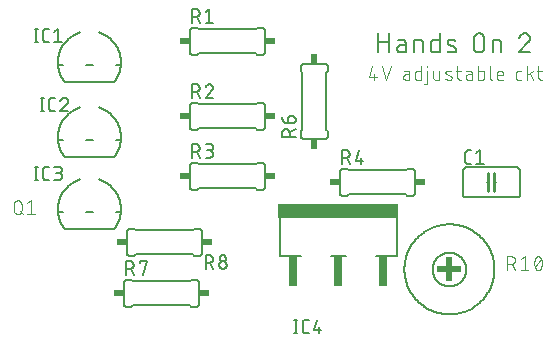
<source format=gbr>
G04 EAGLE Gerber RS-274X export*
G75*
%MOMM*%
%FSLAX34Y34*%
%LPD*%
%INSilkscreen Top*%
%IPPOS*%
%AMOC8*
5,1,8,0,0,1.08239X$1,22.5*%
G01*
%ADD10C,0.152400*%
%ADD11C,0.101600*%
%ADD12C,0.254000*%
%ADD13C,0.127000*%
%ADD14R,10.160000X1.270000*%
%ADD15R,0.762000X2.540000*%
%ADD16R,0.863600X0.609600*%
%ADD17R,2.032000X0.508000*%
%ADD18R,0.508000X2.032000*%
%ADD19R,0.609600X0.863600*%


D10*
X328422Y234442D02*
X328422Y250698D01*
X328422Y243473D02*
X337453Y243473D01*
X337453Y250698D02*
X337453Y234442D01*
X347523Y240764D02*
X351587Y240764D01*
X347523Y240764D02*
X347411Y240762D01*
X347300Y240756D01*
X347189Y240746D01*
X347078Y240733D01*
X346968Y240715D01*
X346859Y240693D01*
X346750Y240668D01*
X346642Y240639D01*
X346536Y240606D01*
X346430Y240569D01*
X346326Y240529D01*
X346224Y240485D01*
X346123Y240437D01*
X346024Y240386D01*
X345926Y240331D01*
X345831Y240273D01*
X345738Y240212D01*
X345647Y240147D01*
X345558Y240079D01*
X345472Y240008D01*
X345389Y239935D01*
X345308Y239858D01*
X345229Y239778D01*
X345154Y239696D01*
X345082Y239611D01*
X345012Y239524D01*
X344946Y239434D01*
X344883Y239342D01*
X344823Y239247D01*
X344767Y239151D01*
X344714Y239053D01*
X344665Y238953D01*
X344619Y238851D01*
X344577Y238748D01*
X344538Y238643D01*
X344503Y238537D01*
X344472Y238430D01*
X344445Y238322D01*
X344421Y238213D01*
X344402Y238103D01*
X344386Y237993D01*
X344374Y237882D01*
X344366Y237770D01*
X344362Y237659D01*
X344362Y237547D01*
X344366Y237436D01*
X344374Y237324D01*
X344386Y237213D01*
X344402Y237103D01*
X344421Y236993D01*
X344445Y236884D01*
X344472Y236776D01*
X344503Y236669D01*
X344538Y236563D01*
X344577Y236458D01*
X344619Y236355D01*
X344665Y236253D01*
X344714Y236153D01*
X344767Y236055D01*
X344823Y235959D01*
X344883Y235864D01*
X344946Y235772D01*
X345012Y235682D01*
X345082Y235595D01*
X345154Y235510D01*
X345229Y235428D01*
X345308Y235348D01*
X345389Y235271D01*
X345472Y235198D01*
X345558Y235127D01*
X345647Y235059D01*
X345738Y234994D01*
X345831Y234933D01*
X345926Y234875D01*
X346024Y234820D01*
X346123Y234769D01*
X346224Y234721D01*
X346326Y234677D01*
X346430Y234637D01*
X346536Y234600D01*
X346642Y234567D01*
X346750Y234538D01*
X346859Y234513D01*
X346968Y234491D01*
X347078Y234473D01*
X347189Y234460D01*
X347300Y234450D01*
X347411Y234444D01*
X347523Y234442D01*
X351587Y234442D01*
X351587Y242570D01*
X351585Y242671D01*
X351579Y242772D01*
X351570Y242873D01*
X351557Y242974D01*
X351540Y243074D01*
X351519Y243173D01*
X351495Y243271D01*
X351467Y243368D01*
X351435Y243465D01*
X351400Y243560D01*
X351361Y243653D01*
X351319Y243745D01*
X351273Y243836D01*
X351224Y243925D01*
X351172Y244011D01*
X351116Y244096D01*
X351058Y244179D01*
X350996Y244259D01*
X350931Y244337D01*
X350864Y244413D01*
X350794Y244486D01*
X350721Y244556D01*
X350645Y244623D01*
X350567Y244688D01*
X350487Y244750D01*
X350404Y244808D01*
X350319Y244864D01*
X350233Y244916D01*
X350144Y244965D01*
X350053Y245011D01*
X349961Y245053D01*
X349868Y245092D01*
X349773Y245127D01*
X349676Y245159D01*
X349579Y245187D01*
X349481Y245211D01*
X349382Y245232D01*
X349282Y245249D01*
X349181Y245262D01*
X349080Y245271D01*
X348979Y245277D01*
X348878Y245279D01*
X345265Y245279D01*
X359024Y245279D02*
X359024Y234442D01*
X359024Y245279D02*
X363540Y245279D01*
X363644Y245277D01*
X363747Y245271D01*
X363851Y245261D01*
X363954Y245247D01*
X364056Y245229D01*
X364157Y245208D01*
X364258Y245182D01*
X364357Y245153D01*
X364456Y245120D01*
X364553Y245083D01*
X364648Y245042D01*
X364742Y244998D01*
X364834Y244950D01*
X364924Y244899D01*
X365013Y244844D01*
X365099Y244786D01*
X365182Y244724D01*
X365264Y244660D01*
X365342Y244592D01*
X365418Y244522D01*
X365492Y244449D01*
X365562Y244372D01*
X365630Y244294D01*
X365694Y244212D01*
X365756Y244129D01*
X365814Y244043D01*
X365869Y243954D01*
X365920Y243864D01*
X365968Y243772D01*
X366012Y243678D01*
X366053Y243583D01*
X366090Y243486D01*
X366123Y243387D01*
X366152Y243288D01*
X366178Y243187D01*
X366199Y243086D01*
X366217Y242984D01*
X366231Y242881D01*
X366241Y242777D01*
X366247Y242674D01*
X366249Y242570D01*
X366249Y234442D01*
X380244Y234442D02*
X380244Y250698D01*
X380244Y234442D02*
X375729Y234442D01*
X375628Y234444D01*
X375527Y234450D01*
X375426Y234459D01*
X375325Y234472D01*
X375225Y234489D01*
X375126Y234510D01*
X375028Y234534D01*
X374931Y234562D01*
X374834Y234594D01*
X374739Y234629D01*
X374646Y234668D01*
X374554Y234710D01*
X374463Y234756D01*
X374375Y234805D01*
X374288Y234857D01*
X374203Y234913D01*
X374120Y234971D01*
X374040Y235033D01*
X373962Y235098D01*
X373886Y235165D01*
X373813Y235235D01*
X373743Y235308D01*
X373676Y235384D01*
X373611Y235462D01*
X373549Y235542D01*
X373491Y235625D01*
X373435Y235710D01*
X373383Y235797D01*
X373334Y235885D01*
X373288Y235976D01*
X373246Y236068D01*
X373207Y236161D01*
X373172Y236256D01*
X373140Y236353D01*
X373112Y236450D01*
X373088Y236548D01*
X373067Y236647D01*
X373050Y236747D01*
X373037Y236848D01*
X373028Y236949D01*
X373022Y237050D01*
X373020Y237151D01*
X373019Y237151D02*
X373019Y242570D01*
X373020Y242570D02*
X373022Y242671D01*
X373028Y242772D01*
X373037Y242873D01*
X373050Y242974D01*
X373067Y243074D01*
X373088Y243173D01*
X373112Y243271D01*
X373140Y243368D01*
X373172Y243465D01*
X373207Y243560D01*
X373246Y243653D01*
X373288Y243745D01*
X373334Y243836D01*
X373383Y243925D01*
X373435Y244011D01*
X373491Y244096D01*
X373549Y244179D01*
X373611Y244259D01*
X373676Y244337D01*
X373743Y244413D01*
X373813Y244486D01*
X373886Y244556D01*
X373962Y244623D01*
X374040Y244688D01*
X374120Y244750D01*
X374203Y244808D01*
X374288Y244864D01*
X374375Y244916D01*
X374463Y244965D01*
X374554Y245011D01*
X374646Y245053D01*
X374739Y245092D01*
X374834Y245127D01*
X374931Y245159D01*
X375028Y245187D01*
X375126Y245211D01*
X375225Y245232D01*
X375325Y245249D01*
X375426Y245262D01*
X375527Y245271D01*
X375628Y245277D01*
X375729Y245279D01*
X380244Y245279D01*
X388515Y240764D02*
X393031Y238958D01*
X388515Y240764D02*
X388427Y240801D01*
X388341Y240842D01*
X388256Y240886D01*
X388173Y240934D01*
X388093Y240985D01*
X388014Y241039D01*
X387938Y241097D01*
X387864Y241157D01*
X387792Y241221D01*
X387724Y241287D01*
X387658Y241357D01*
X387595Y241428D01*
X387534Y241503D01*
X387477Y241579D01*
X387424Y241658D01*
X387373Y241739D01*
X387326Y241822D01*
X387282Y241907D01*
X387242Y241994D01*
X387205Y242082D01*
X387172Y242172D01*
X387142Y242263D01*
X387117Y242355D01*
X387095Y242448D01*
X387077Y242542D01*
X387062Y242636D01*
X387052Y242731D01*
X387046Y242827D01*
X387043Y242922D01*
X387044Y243018D01*
X387050Y243113D01*
X387059Y243209D01*
X387072Y243303D01*
X387088Y243397D01*
X387109Y243491D01*
X387134Y243583D01*
X387162Y243674D01*
X387194Y243764D01*
X387229Y243853D01*
X387268Y243940D01*
X387311Y244026D01*
X387357Y244110D01*
X387407Y244191D01*
X387459Y244271D01*
X387515Y244349D01*
X387575Y244424D01*
X387637Y244496D01*
X387702Y244566D01*
X387770Y244634D01*
X387840Y244698D01*
X387913Y244760D01*
X387989Y244818D01*
X388067Y244874D01*
X388147Y244926D01*
X388229Y244975D01*
X388313Y245020D01*
X388399Y245062D01*
X388486Y245101D01*
X388575Y245136D01*
X388666Y245167D01*
X388757Y245194D01*
X388850Y245218D01*
X388943Y245238D01*
X389037Y245254D01*
X389132Y245266D01*
X389227Y245275D01*
X389323Y245279D01*
X389418Y245280D01*
X389665Y245273D01*
X389911Y245261D01*
X390157Y245243D01*
X390403Y245218D01*
X390647Y245188D01*
X390891Y245152D01*
X391134Y245111D01*
X391376Y245063D01*
X391617Y245009D01*
X391856Y244950D01*
X392094Y244885D01*
X392330Y244814D01*
X392565Y244738D01*
X392798Y244656D01*
X393028Y244568D01*
X393256Y244475D01*
X393483Y244377D01*
X393031Y238957D02*
X393119Y238920D01*
X393205Y238879D01*
X393290Y238835D01*
X393373Y238787D01*
X393453Y238736D01*
X393532Y238682D01*
X393608Y238624D01*
X393682Y238564D01*
X393754Y238500D01*
X393822Y238434D01*
X393888Y238364D01*
X393951Y238293D01*
X394012Y238218D01*
X394069Y238142D01*
X394122Y238063D01*
X394173Y237982D01*
X394220Y237899D01*
X394264Y237814D01*
X394304Y237727D01*
X394341Y237639D01*
X394374Y237549D01*
X394404Y237458D01*
X394429Y237366D01*
X394451Y237273D01*
X394469Y237179D01*
X394484Y237085D01*
X394494Y236990D01*
X394500Y236894D01*
X394503Y236799D01*
X394502Y236703D01*
X394496Y236608D01*
X394487Y236512D01*
X394474Y236418D01*
X394458Y236324D01*
X394437Y236230D01*
X394412Y236138D01*
X394384Y236047D01*
X394352Y235957D01*
X394317Y235868D01*
X394278Y235781D01*
X394235Y235695D01*
X394189Y235611D01*
X394139Y235530D01*
X394087Y235450D01*
X394031Y235372D01*
X393971Y235297D01*
X393909Y235225D01*
X393844Y235155D01*
X393776Y235087D01*
X393706Y235023D01*
X393633Y234961D01*
X393557Y234903D01*
X393479Y234847D01*
X393399Y234795D01*
X393317Y234746D01*
X393233Y234701D01*
X393147Y234659D01*
X393060Y234620D01*
X392971Y234585D01*
X392880Y234554D01*
X392789Y234527D01*
X392696Y234503D01*
X392603Y234483D01*
X392509Y234467D01*
X392414Y234455D01*
X392319Y234446D01*
X392223Y234442D01*
X392128Y234441D01*
X392127Y234442D02*
X391765Y234451D01*
X391403Y234469D01*
X391042Y234496D01*
X390682Y234531D01*
X390322Y234574D01*
X389963Y234626D01*
X389606Y234687D01*
X389251Y234756D01*
X388897Y234833D01*
X388545Y234919D01*
X388195Y235013D01*
X387847Y235116D01*
X387502Y235226D01*
X387160Y235345D01*
X409183Y238958D02*
X409183Y246182D01*
X409185Y246315D01*
X409191Y246447D01*
X409201Y246579D01*
X409214Y246711D01*
X409232Y246843D01*
X409253Y246973D01*
X409278Y247104D01*
X409307Y247233D01*
X409340Y247361D01*
X409376Y247489D01*
X409416Y247615D01*
X409460Y247740D01*
X409508Y247864D01*
X409559Y247986D01*
X409614Y248107D01*
X409672Y248226D01*
X409734Y248344D01*
X409799Y248459D01*
X409868Y248573D01*
X409939Y248684D01*
X410015Y248793D01*
X410093Y248900D01*
X410174Y249005D01*
X410259Y249107D01*
X410346Y249207D01*
X410436Y249304D01*
X410529Y249399D01*
X410625Y249490D01*
X410723Y249579D01*
X410824Y249665D01*
X410928Y249748D01*
X411034Y249828D01*
X411142Y249904D01*
X411252Y249978D01*
X411365Y250048D01*
X411479Y250115D01*
X411596Y250178D01*
X411714Y250238D01*
X411834Y250295D01*
X411956Y250348D01*
X412079Y250397D01*
X412203Y250443D01*
X412329Y250485D01*
X412456Y250523D01*
X412584Y250558D01*
X412713Y250589D01*
X412842Y250616D01*
X412973Y250639D01*
X413104Y250659D01*
X413236Y250674D01*
X413368Y250686D01*
X413500Y250694D01*
X413633Y250698D01*
X413765Y250698D01*
X413898Y250694D01*
X414030Y250686D01*
X414162Y250674D01*
X414294Y250659D01*
X414425Y250639D01*
X414556Y250616D01*
X414685Y250589D01*
X414814Y250558D01*
X414942Y250523D01*
X415069Y250485D01*
X415195Y250443D01*
X415319Y250397D01*
X415442Y250348D01*
X415564Y250295D01*
X415684Y250238D01*
X415802Y250178D01*
X415919Y250115D01*
X416033Y250048D01*
X416146Y249978D01*
X416256Y249904D01*
X416364Y249828D01*
X416470Y249748D01*
X416574Y249665D01*
X416675Y249579D01*
X416773Y249490D01*
X416869Y249399D01*
X416962Y249304D01*
X417052Y249207D01*
X417139Y249107D01*
X417224Y249005D01*
X417305Y248900D01*
X417383Y248793D01*
X417459Y248684D01*
X417530Y248573D01*
X417599Y248459D01*
X417664Y248344D01*
X417726Y248226D01*
X417784Y248107D01*
X417839Y247986D01*
X417890Y247864D01*
X417938Y247740D01*
X417982Y247615D01*
X418022Y247489D01*
X418058Y247361D01*
X418091Y247233D01*
X418120Y247104D01*
X418145Y246973D01*
X418166Y246843D01*
X418184Y246711D01*
X418197Y246579D01*
X418207Y246447D01*
X418213Y246315D01*
X418215Y246182D01*
X418214Y246182D02*
X418214Y238958D01*
X418215Y238958D02*
X418213Y238825D01*
X418207Y238693D01*
X418197Y238561D01*
X418184Y238429D01*
X418166Y238297D01*
X418145Y238167D01*
X418120Y238036D01*
X418091Y237907D01*
X418058Y237779D01*
X418022Y237651D01*
X417982Y237525D01*
X417938Y237400D01*
X417890Y237276D01*
X417839Y237154D01*
X417784Y237033D01*
X417726Y236914D01*
X417664Y236796D01*
X417599Y236681D01*
X417530Y236567D01*
X417459Y236456D01*
X417383Y236347D01*
X417305Y236240D01*
X417224Y236135D01*
X417139Y236033D01*
X417052Y235933D01*
X416962Y235836D01*
X416869Y235741D01*
X416773Y235650D01*
X416675Y235561D01*
X416574Y235475D01*
X416470Y235392D01*
X416364Y235312D01*
X416256Y235236D01*
X416146Y235162D01*
X416033Y235092D01*
X415919Y235025D01*
X415802Y234962D01*
X415684Y234902D01*
X415564Y234845D01*
X415442Y234792D01*
X415319Y234743D01*
X415195Y234697D01*
X415069Y234655D01*
X414942Y234617D01*
X414814Y234582D01*
X414685Y234551D01*
X414556Y234524D01*
X414425Y234501D01*
X414294Y234481D01*
X414162Y234466D01*
X414030Y234454D01*
X413898Y234446D01*
X413765Y234442D01*
X413633Y234442D01*
X413500Y234446D01*
X413368Y234454D01*
X413236Y234466D01*
X413104Y234481D01*
X412973Y234501D01*
X412842Y234524D01*
X412713Y234551D01*
X412584Y234582D01*
X412456Y234617D01*
X412329Y234655D01*
X412203Y234697D01*
X412079Y234743D01*
X411956Y234792D01*
X411834Y234845D01*
X411714Y234902D01*
X411596Y234962D01*
X411479Y235025D01*
X411365Y235092D01*
X411252Y235162D01*
X411142Y235236D01*
X411034Y235312D01*
X410928Y235392D01*
X410824Y235475D01*
X410723Y235561D01*
X410625Y235650D01*
X410529Y235741D01*
X410436Y235836D01*
X410346Y235933D01*
X410259Y236033D01*
X410174Y236135D01*
X410093Y236240D01*
X410015Y236347D01*
X409939Y236456D01*
X409868Y236567D01*
X409799Y236681D01*
X409734Y236796D01*
X409672Y236914D01*
X409614Y237033D01*
X409559Y237154D01*
X409508Y237276D01*
X409460Y237400D01*
X409416Y237525D01*
X409376Y237651D01*
X409340Y237779D01*
X409307Y237907D01*
X409278Y238036D01*
X409253Y238167D01*
X409232Y238297D01*
X409214Y238429D01*
X409201Y238561D01*
X409191Y238693D01*
X409185Y238825D01*
X409183Y238958D01*
X425197Y234442D02*
X425197Y245279D01*
X429712Y245279D01*
X429816Y245277D01*
X429919Y245271D01*
X430023Y245261D01*
X430126Y245247D01*
X430228Y245229D01*
X430329Y245208D01*
X430430Y245182D01*
X430529Y245153D01*
X430628Y245120D01*
X430725Y245083D01*
X430820Y245042D01*
X430914Y244998D01*
X431006Y244950D01*
X431096Y244899D01*
X431185Y244844D01*
X431271Y244786D01*
X431354Y244724D01*
X431436Y244660D01*
X431514Y244592D01*
X431590Y244522D01*
X431664Y244449D01*
X431734Y244372D01*
X431802Y244294D01*
X431866Y244212D01*
X431928Y244129D01*
X431986Y244043D01*
X432041Y243954D01*
X432092Y243864D01*
X432140Y243772D01*
X432184Y243678D01*
X432225Y243583D01*
X432262Y243486D01*
X432295Y243387D01*
X432324Y243288D01*
X432350Y243187D01*
X432371Y243086D01*
X432389Y242984D01*
X432403Y242881D01*
X432413Y242777D01*
X432419Y242674D01*
X432421Y242570D01*
X432421Y234442D01*
X452707Y250698D02*
X452832Y250696D01*
X452957Y250690D01*
X453082Y250681D01*
X453206Y250667D01*
X453330Y250650D01*
X453454Y250629D01*
X453576Y250604D01*
X453698Y250575D01*
X453819Y250543D01*
X453939Y250507D01*
X454058Y250467D01*
X454175Y250424D01*
X454291Y250377D01*
X454406Y250326D01*
X454518Y250272D01*
X454630Y250214D01*
X454739Y250154D01*
X454846Y250089D01*
X454952Y250022D01*
X455055Y249951D01*
X455156Y249877D01*
X455255Y249800D01*
X455351Y249720D01*
X455445Y249637D01*
X455536Y249552D01*
X455625Y249463D01*
X455710Y249372D01*
X455793Y249278D01*
X455873Y249182D01*
X455950Y249083D01*
X456024Y248982D01*
X456095Y248879D01*
X456162Y248773D01*
X456227Y248666D01*
X456287Y248557D01*
X456345Y248445D01*
X456399Y248333D01*
X456450Y248218D01*
X456497Y248102D01*
X456540Y247985D01*
X456580Y247866D01*
X456616Y247746D01*
X456648Y247625D01*
X456677Y247503D01*
X456702Y247381D01*
X456723Y247257D01*
X456740Y247133D01*
X456754Y247009D01*
X456763Y246884D01*
X456769Y246759D01*
X456771Y246634D01*
X452707Y250698D02*
X452564Y250696D01*
X452422Y250690D01*
X452279Y250680D01*
X452137Y250667D01*
X451996Y250649D01*
X451854Y250628D01*
X451714Y250603D01*
X451574Y250574D01*
X451435Y250541D01*
X451297Y250504D01*
X451160Y250464D01*
X451025Y250420D01*
X450890Y250372D01*
X450757Y250320D01*
X450625Y250265D01*
X450495Y250206D01*
X450367Y250144D01*
X450240Y250078D01*
X450115Y250009D01*
X449992Y249937D01*
X449872Y249861D01*
X449753Y249782D01*
X449636Y249699D01*
X449522Y249614D01*
X449410Y249525D01*
X449301Y249434D01*
X449194Y249339D01*
X449089Y249242D01*
X448988Y249141D01*
X448889Y249038D01*
X448793Y248933D01*
X448700Y248824D01*
X448610Y248713D01*
X448523Y248600D01*
X448439Y248485D01*
X448359Y248367D01*
X448281Y248247D01*
X448207Y248125D01*
X448137Y248001D01*
X448069Y247875D01*
X448006Y247747D01*
X447945Y247618D01*
X447888Y247487D01*
X447835Y247355D01*
X447786Y247221D01*
X447740Y247086D01*
X455416Y243473D02*
X455510Y243565D01*
X455600Y243659D01*
X455688Y243756D01*
X455773Y243856D01*
X455855Y243958D01*
X455934Y244063D01*
X456009Y244170D01*
X456081Y244279D01*
X456150Y244390D01*
X456216Y244504D01*
X456278Y244619D01*
X456337Y244736D01*
X456392Y244855D01*
X456443Y244975D01*
X456491Y245097D01*
X456536Y245220D01*
X456576Y245344D01*
X456613Y245470D01*
X456646Y245597D01*
X456675Y245724D01*
X456701Y245853D01*
X456722Y245982D01*
X456740Y246112D01*
X456753Y246242D01*
X456763Y246372D01*
X456769Y246503D01*
X456771Y246634D01*
X455417Y243473D02*
X447740Y234442D01*
X456771Y234442D01*
D11*
X323144Y223012D02*
X320548Y213924D01*
X327039Y213924D01*
X325092Y216521D02*
X325092Y211328D01*
X335224Y211328D02*
X331329Y223012D01*
X339118Y223012D02*
X335224Y211328D01*
X351604Y215872D02*
X354525Y215872D01*
X351604Y215872D02*
X351510Y215870D01*
X351416Y215864D01*
X351323Y215855D01*
X351230Y215841D01*
X351138Y215824D01*
X351046Y215802D01*
X350956Y215778D01*
X350866Y215749D01*
X350778Y215717D01*
X350691Y215681D01*
X350606Y215641D01*
X350523Y215598D01*
X350441Y215552D01*
X350361Y215502D01*
X350284Y215449D01*
X350209Y215393D01*
X350136Y215334D01*
X350065Y215272D01*
X349997Y215207D01*
X349932Y215139D01*
X349870Y215068D01*
X349811Y214995D01*
X349755Y214920D01*
X349702Y214843D01*
X349652Y214763D01*
X349606Y214681D01*
X349563Y214598D01*
X349523Y214513D01*
X349487Y214426D01*
X349455Y214338D01*
X349426Y214248D01*
X349402Y214158D01*
X349380Y214066D01*
X349363Y213974D01*
X349349Y213881D01*
X349340Y213788D01*
X349334Y213694D01*
X349332Y213600D01*
X349334Y213506D01*
X349340Y213412D01*
X349349Y213319D01*
X349363Y213226D01*
X349380Y213134D01*
X349402Y213042D01*
X349426Y212952D01*
X349455Y212862D01*
X349487Y212774D01*
X349523Y212687D01*
X349563Y212602D01*
X349606Y212519D01*
X349652Y212437D01*
X349702Y212357D01*
X349755Y212280D01*
X349811Y212205D01*
X349870Y212132D01*
X349932Y212061D01*
X349997Y211993D01*
X350065Y211928D01*
X350136Y211866D01*
X350209Y211807D01*
X350284Y211751D01*
X350361Y211698D01*
X350441Y211648D01*
X350523Y211602D01*
X350606Y211559D01*
X350691Y211519D01*
X350778Y211483D01*
X350866Y211451D01*
X350956Y211422D01*
X351046Y211398D01*
X351138Y211376D01*
X351230Y211359D01*
X351323Y211345D01*
X351416Y211336D01*
X351510Y211330D01*
X351604Y211328D01*
X354525Y211328D01*
X354525Y217170D01*
X354523Y217257D01*
X354517Y217345D01*
X354507Y217431D01*
X354494Y217518D01*
X354476Y217603D01*
X354455Y217688D01*
X354430Y217772D01*
X354401Y217854D01*
X354368Y217935D01*
X354332Y218015D01*
X354293Y218093D01*
X354249Y218169D01*
X354203Y218243D01*
X354153Y218314D01*
X354100Y218384D01*
X354044Y218451D01*
X353985Y218515D01*
X353923Y218577D01*
X353859Y218636D01*
X353792Y218692D01*
X353722Y218745D01*
X353651Y218795D01*
X353577Y218841D01*
X353501Y218885D01*
X353423Y218924D01*
X353343Y218960D01*
X353262Y218993D01*
X353180Y219022D01*
X353096Y219047D01*
X353011Y219068D01*
X352926Y219086D01*
X352839Y219099D01*
X352753Y219109D01*
X352665Y219115D01*
X352578Y219117D01*
X349981Y219117D01*
X364812Y223012D02*
X364812Y211328D01*
X361566Y211328D01*
X361479Y211330D01*
X361391Y211336D01*
X361305Y211346D01*
X361218Y211359D01*
X361133Y211377D01*
X361048Y211398D01*
X360964Y211423D01*
X360882Y211452D01*
X360801Y211485D01*
X360721Y211521D01*
X360643Y211560D01*
X360567Y211604D01*
X360493Y211650D01*
X360422Y211700D01*
X360352Y211753D01*
X360285Y211809D01*
X360221Y211868D01*
X360159Y211930D01*
X360100Y211994D01*
X360044Y212061D01*
X359991Y212131D01*
X359941Y212202D01*
X359895Y212276D01*
X359851Y212352D01*
X359812Y212430D01*
X359776Y212510D01*
X359743Y212591D01*
X359714Y212673D01*
X359689Y212757D01*
X359668Y212842D01*
X359650Y212927D01*
X359637Y213014D01*
X359627Y213100D01*
X359621Y213188D01*
X359619Y213275D01*
X359619Y217170D01*
X359621Y217257D01*
X359627Y217345D01*
X359637Y217431D01*
X359650Y217518D01*
X359668Y217603D01*
X359689Y217688D01*
X359714Y217772D01*
X359743Y217854D01*
X359776Y217935D01*
X359812Y218015D01*
X359851Y218093D01*
X359895Y218169D01*
X359941Y218243D01*
X359991Y218314D01*
X360044Y218384D01*
X360100Y218451D01*
X360159Y218515D01*
X360221Y218577D01*
X360285Y218636D01*
X360352Y218692D01*
X360422Y218745D01*
X360493Y218795D01*
X360567Y218841D01*
X360643Y218885D01*
X360721Y218924D01*
X360801Y218960D01*
X360882Y218993D01*
X360964Y219022D01*
X361048Y219047D01*
X361133Y219068D01*
X361218Y219086D01*
X361305Y219099D01*
X361391Y219109D01*
X361479Y219115D01*
X361566Y219117D01*
X364812Y219117D01*
X369697Y219117D02*
X369697Y209381D01*
X369695Y209294D01*
X369689Y209206D01*
X369679Y209120D01*
X369666Y209033D01*
X369648Y208948D01*
X369627Y208863D01*
X369602Y208779D01*
X369573Y208697D01*
X369540Y208616D01*
X369504Y208536D01*
X369465Y208458D01*
X369421Y208382D01*
X369375Y208308D01*
X369325Y208237D01*
X369272Y208167D01*
X369216Y208100D01*
X369157Y208036D01*
X369096Y207974D01*
X369031Y207915D01*
X368964Y207859D01*
X368894Y207806D01*
X368823Y207756D01*
X368749Y207710D01*
X368673Y207666D01*
X368595Y207627D01*
X368515Y207591D01*
X368434Y207558D01*
X368352Y207529D01*
X368268Y207504D01*
X368183Y207483D01*
X368098Y207465D01*
X368011Y207452D01*
X367925Y207442D01*
X367837Y207436D01*
X367750Y207434D01*
X367750Y207433D02*
X367100Y207433D01*
X369372Y222363D02*
X369372Y223012D01*
X370021Y223012D01*
X370021Y222363D01*
X369372Y222363D01*
X374918Y219117D02*
X374918Y213275D01*
X374920Y213188D01*
X374926Y213100D01*
X374936Y213014D01*
X374949Y212927D01*
X374967Y212842D01*
X374988Y212757D01*
X375013Y212673D01*
X375042Y212591D01*
X375075Y212510D01*
X375111Y212430D01*
X375150Y212352D01*
X375194Y212276D01*
X375240Y212202D01*
X375290Y212131D01*
X375343Y212061D01*
X375399Y211994D01*
X375458Y211930D01*
X375520Y211868D01*
X375584Y211809D01*
X375651Y211753D01*
X375721Y211700D01*
X375792Y211650D01*
X375866Y211604D01*
X375942Y211560D01*
X376020Y211521D01*
X376100Y211485D01*
X376181Y211452D01*
X376263Y211423D01*
X376347Y211398D01*
X376432Y211377D01*
X376517Y211359D01*
X376604Y211346D01*
X376690Y211336D01*
X376778Y211330D01*
X376865Y211328D01*
X380111Y211328D01*
X380111Y219117D01*
X386179Y215872D02*
X389424Y214574D01*
X386179Y215871D02*
X386104Y215904D01*
X386030Y215940D01*
X385958Y215979D01*
X385888Y216022D01*
X385821Y216068D01*
X385755Y216118D01*
X385693Y216170D01*
X385632Y216226D01*
X385575Y216284D01*
X385520Y216345D01*
X385469Y216409D01*
X385421Y216475D01*
X385376Y216544D01*
X385334Y216614D01*
X385296Y216687D01*
X385261Y216761D01*
X385230Y216837D01*
X385203Y216914D01*
X385180Y216993D01*
X385160Y217072D01*
X385145Y217153D01*
X385133Y217234D01*
X385125Y217316D01*
X385121Y217397D01*
X385122Y217479D01*
X385126Y217561D01*
X385134Y217643D01*
X385146Y217724D01*
X385162Y217804D01*
X385182Y217884D01*
X385206Y217962D01*
X385234Y218039D01*
X385265Y218115D01*
X385300Y218189D01*
X385338Y218261D01*
X385380Y218332D01*
X385426Y218400D01*
X385474Y218466D01*
X385526Y218529D01*
X385581Y218590D01*
X385639Y218648D01*
X385699Y218704D01*
X385762Y218756D01*
X385828Y218805D01*
X385896Y218851D01*
X385966Y218893D01*
X386038Y218933D01*
X386112Y218968D01*
X386187Y219000D01*
X386264Y219028D01*
X386342Y219052D01*
X386422Y219073D01*
X386502Y219090D01*
X386583Y219102D01*
X386664Y219111D01*
X386746Y219116D01*
X386828Y219117D01*
X387005Y219113D01*
X387182Y219104D01*
X387359Y219090D01*
X387536Y219073D01*
X387711Y219051D01*
X387887Y219026D01*
X388061Y218995D01*
X388235Y218961D01*
X388408Y218923D01*
X388580Y218880D01*
X388751Y218833D01*
X388921Y218783D01*
X389090Y218728D01*
X389257Y218669D01*
X389422Y218606D01*
X389587Y218539D01*
X389749Y218468D01*
X389424Y214574D02*
X389499Y214541D01*
X389573Y214505D01*
X389645Y214466D01*
X389715Y214423D01*
X389782Y214377D01*
X389848Y214327D01*
X389910Y214275D01*
X389971Y214219D01*
X390028Y214161D01*
X390083Y214100D01*
X390134Y214036D01*
X390182Y213970D01*
X390227Y213901D01*
X390269Y213831D01*
X390307Y213758D01*
X390342Y213684D01*
X390373Y213608D01*
X390400Y213531D01*
X390423Y213452D01*
X390443Y213373D01*
X390458Y213292D01*
X390470Y213211D01*
X390478Y213129D01*
X390482Y213048D01*
X390481Y212966D01*
X390477Y212884D01*
X390469Y212802D01*
X390457Y212721D01*
X390441Y212641D01*
X390421Y212561D01*
X390397Y212483D01*
X390369Y212406D01*
X390338Y212330D01*
X390303Y212256D01*
X390265Y212184D01*
X390223Y212113D01*
X390177Y212045D01*
X390129Y211979D01*
X390077Y211916D01*
X390022Y211855D01*
X389964Y211797D01*
X389904Y211741D01*
X389841Y211689D01*
X389775Y211640D01*
X389707Y211594D01*
X389637Y211552D01*
X389565Y211512D01*
X389491Y211477D01*
X389416Y211445D01*
X389339Y211417D01*
X389261Y211393D01*
X389181Y211372D01*
X389101Y211355D01*
X389020Y211343D01*
X388939Y211334D01*
X388857Y211329D01*
X388775Y211328D01*
X388515Y211335D01*
X388255Y211348D01*
X387995Y211367D01*
X387736Y211392D01*
X387477Y211424D01*
X387220Y211461D01*
X386963Y211505D01*
X386707Y211554D01*
X386453Y211610D01*
X386200Y211671D01*
X385949Y211739D01*
X385699Y211813D01*
X385451Y211892D01*
X385205Y211977D01*
X394144Y219117D02*
X398038Y219117D01*
X395442Y223012D02*
X395442Y213275D01*
X395444Y213188D01*
X395450Y213100D01*
X395460Y213014D01*
X395473Y212927D01*
X395491Y212842D01*
X395512Y212757D01*
X395537Y212673D01*
X395566Y212591D01*
X395599Y212510D01*
X395635Y212430D01*
X395674Y212352D01*
X395718Y212276D01*
X395764Y212202D01*
X395814Y212131D01*
X395867Y212061D01*
X395923Y211994D01*
X395982Y211930D01*
X396044Y211868D01*
X396108Y211809D01*
X396175Y211753D01*
X396245Y211700D01*
X396316Y211650D01*
X396390Y211604D01*
X396466Y211560D01*
X396544Y211521D01*
X396624Y211485D01*
X396705Y211452D01*
X396787Y211423D01*
X396871Y211398D01*
X396956Y211377D01*
X397041Y211359D01*
X397128Y211346D01*
X397214Y211336D01*
X397302Y211330D01*
X397389Y211328D01*
X398038Y211328D01*
X404563Y215872D02*
X407484Y215872D01*
X404563Y215872D02*
X404469Y215870D01*
X404375Y215864D01*
X404282Y215855D01*
X404189Y215841D01*
X404097Y215824D01*
X404005Y215802D01*
X403915Y215778D01*
X403825Y215749D01*
X403737Y215717D01*
X403650Y215681D01*
X403565Y215641D01*
X403482Y215598D01*
X403400Y215552D01*
X403320Y215502D01*
X403243Y215449D01*
X403168Y215393D01*
X403095Y215334D01*
X403024Y215272D01*
X402956Y215207D01*
X402891Y215139D01*
X402829Y215068D01*
X402770Y214995D01*
X402714Y214920D01*
X402661Y214843D01*
X402611Y214763D01*
X402565Y214681D01*
X402522Y214598D01*
X402482Y214513D01*
X402446Y214426D01*
X402414Y214338D01*
X402385Y214248D01*
X402361Y214158D01*
X402339Y214066D01*
X402322Y213974D01*
X402308Y213881D01*
X402299Y213788D01*
X402293Y213694D01*
X402291Y213600D01*
X402293Y213506D01*
X402299Y213412D01*
X402308Y213319D01*
X402322Y213226D01*
X402339Y213134D01*
X402361Y213042D01*
X402385Y212952D01*
X402414Y212862D01*
X402446Y212774D01*
X402482Y212687D01*
X402522Y212602D01*
X402565Y212519D01*
X402611Y212437D01*
X402661Y212357D01*
X402714Y212280D01*
X402770Y212205D01*
X402829Y212132D01*
X402891Y212061D01*
X402956Y211993D01*
X403024Y211928D01*
X403095Y211866D01*
X403168Y211807D01*
X403243Y211751D01*
X403320Y211698D01*
X403400Y211648D01*
X403482Y211602D01*
X403565Y211559D01*
X403650Y211519D01*
X403737Y211483D01*
X403825Y211451D01*
X403915Y211422D01*
X404005Y211398D01*
X404097Y211376D01*
X404189Y211359D01*
X404282Y211345D01*
X404375Y211336D01*
X404469Y211330D01*
X404563Y211328D01*
X407484Y211328D01*
X407484Y217170D01*
X407482Y217257D01*
X407476Y217345D01*
X407466Y217431D01*
X407453Y217518D01*
X407435Y217603D01*
X407414Y217688D01*
X407389Y217772D01*
X407360Y217854D01*
X407327Y217935D01*
X407291Y218015D01*
X407252Y218093D01*
X407208Y218169D01*
X407162Y218243D01*
X407112Y218314D01*
X407059Y218384D01*
X407003Y218451D01*
X406944Y218515D01*
X406882Y218577D01*
X406818Y218636D01*
X406751Y218692D01*
X406681Y218745D01*
X406610Y218795D01*
X406536Y218841D01*
X406460Y218885D01*
X406382Y218924D01*
X406302Y218960D01*
X406221Y218993D01*
X406139Y219022D01*
X406055Y219047D01*
X405970Y219068D01*
X405885Y219086D01*
X405798Y219099D01*
X405712Y219109D01*
X405624Y219115D01*
X405537Y219117D01*
X402940Y219117D01*
X413077Y223012D02*
X413077Y211328D01*
X416322Y211328D01*
X416409Y211330D01*
X416497Y211336D01*
X416583Y211346D01*
X416670Y211359D01*
X416755Y211377D01*
X416840Y211398D01*
X416924Y211423D01*
X417006Y211452D01*
X417087Y211485D01*
X417167Y211521D01*
X417245Y211560D01*
X417321Y211604D01*
X417395Y211650D01*
X417466Y211700D01*
X417536Y211753D01*
X417603Y211809D01*
X417667Y211868D01*
X417729Y211929D01*
X417788Y211994D01*
X417844Y212061D01*
X417897Y212131D01*
X417947Y212202D01*
X417993Y212276D01*
X418037Y212352D01*
X418076Y212430D01*
X418112Y212510D01*
X418145Y212591D01*
X418174Y212673D01*
X418199Y212757D01*
X418220Y212842D01*
X418238Y212927D01*
X418251Y213014D01*
X418261Y213100D01*
X418267Y213188D01*
X418269Y213275D01*
X418270Y213275D02*
X418270Y217170D01*
X418269Y217170D02*
X418267Y217257D01*
X418261Y217345D01*
X418251Y217431D01*
X418238Y217518D01*
X418220Y217603D01*
X418199Y217688D01*
X418174Y217772D01*
X418145Y217854D01*
X418112Y217935D01*
X418076Y218015D01*
X418037Y218093D01*
X417993Y218169D01*
X417947Y218243D01*
X417897Y218314D01*
X417844Y218384D01*
X417788Y218451D01*
X417729Y218515D01*
X417667Y218577D01*
X417603Y218636D01*
X417536Y218692D01*
X417466Y218745D01*
X417395Y218795D01*
X417321Y218841D01*
X417245Y218885D01*
X417167Y218924D01*
X417087Y218960D01*
X417006Y218993D01*
X416924Y219022D01*
X416840Y219047D01*
X416755Y219068D01*
X416670Y219086D01*
X416583Y219099D01*
X416497Y219109D01*
X416409Y219115D01*
X416322Y219117D01*
X413077Y219117D01*
X423074Y223012D02*
X423074Y213275D01*
X423076Y213188D01*
X423082Y213100D01*
X423092Y213014D01*
X423105Y212927D01*
X423123Y212842D01*
X423144Y212757D01*
X423169Y212673D01*
X423198Y212591D01*
X423231Y212510D01*
X423267Y212430D01*
X423306Y212352D01*
X423350Y212276D01*
X423396Y212202D01*
X423446Y212131D01*
X423499Y212061D01*
X423555Y211994D01*
X423614Y211930D01*
X423676Y211868D01*
X423740Y211809D01*
X423807Y211753D01*
X423877Y211700D01*
X423948Y211650D01*
X424022Y211604D01*
X424098Y211560D01*
X424176Y211521D01*
X424256Y211485D01*
X424337Y211452D01*
X424419Y211423D01*
X424503Y211398D01*
X424588Y211377D01*
X424673Y211359D01*
X424760Y211346D01*
X424846Y211336D01*
X424934Y211330D01*
X425021Y211328D01*
X430967Y211328D02*
X434213Y211328D01*
X430967Y211328D02*
X430880Y211330D01*
X430792Y211336D01*
X430706Y211346D01*
X430619Y211359D01*
X430534Y211377D01*
X430449Y211398D01*
X430365Y211423D01*
X430283Y211452D01*
X430202Y211485D01*
X430122Y211521D01*
X430044Y211560D01*
X429968Y211604D01*
X429894Y211650D01*
X429823Y211700D01*
X429753Y211753D01*
X429686Y211809D01*
X429622Y211868D01*
X429560Y211930D01*
X429501Y211994D01*
X429445Y212061D01*
X429392Y212131D01*
X429342Y212202D01*
X429296Y212276D01*
X429252Y212352D01*
X429213Y212430D01*
X429177Y212510D01*
X429144Y212591D01*
X429115Y212673D01*
X429090Y212757D01*
X429069Y212842D01*
X429051Y212927D01*
X429038Y213014D01*
X429028Y213100D01*
X429022Y213188D01*
X429020Y213275D01*
X429020Y216521D01*
X429022Y216622D01*
X429028Y216722D01*
X429038Y216822D01*
X429051Y216922D01*
X429069Y217021D01*
X429090Y217120D01*
X429115Y217217D01*
X429144Y217314D01*
X429177Y217409D01*
X429213Y217503D01*
X429253Y217595D01*
X429296Y217686D01*
X429343Y217775D01*
X429393Y217862D01*
X429447Y217948D01*
X429504Y218031D01*
X429564Y218111D01*
X429627Y218190D01*
X429694Y218266D01*
X429763Y218339D01*
X429835Y218409D01*
X429909Y218477D01*
X429986Y218542D01*
X430066Y218603D01*
X430148Y218662D01*
X430232Y218717D01*
X430318Y218769D01*
X430406Y218818D01*
X430496Y218863D01*
X430588Y218905D01*
X430681Y218943D01*
X430776Y218977D01*
X430871Y219008D01*
X430968Y219035D01*
X431066Y219058D01*
X431165Y219078D01*
X431265Y219093D01*
X431365Y219105D01*
X431465Y219113D01*
X431566Y219117D01*
X431666Y219117D01*
X431767Y219113D01*
X431867Y219105D01*
X431967Y219093D01*
X432067Y219078D01*
X432166Y219058D01*
X432264Y219035D01*
X432361Y219008D01*
X432456Y218977D01*
X432551Y218943D01*
X432644Y218905D01*
X432736Y218863D01*
X432826Y218818D01*
X432914Y218769D01*
X433000Y218717D01*
X433084Y218662D01*
X433166Y218603D01*
X433246Y218542D01*
X433323Y218477D01*
X433397Y218409D01*
X433469Y218339D01*
X433538Y218266D01*
X433605Y218190D01*
X433668Y218111D01*
X433728Y218031D01*
X433785Y217948D01*
X433839Y217862D01*
X433889Y217775D01*
X433936Y217686D01*
X433979Y217595D01*
X434019Y217503D01*
X434055Y217409D01*
X434088Y217314D01*
X434117Y217217D01*
X434142Y217120D01*
X434163Y217021D01*
X434181Y216922D01*
X434194Y216822D01*
X434204Y216722D01*
X434210Y216622D01*
X434212Y216521D01*
X434213Y216521D02*
X434213Y215223D01*
X429020Y215223D01*
X446983Y211328D02*
X449579Y211328D01*
X446983Y211328D02*
X446896Y211330D01*
X446808Y211336D01*
X446722Y211346D01*
X446635Y211359D01*
X446550Y211377D01*
X446465Y211398D01*
X446381Y211423D01*
X446299Y211452D01*
X446218Y211485D01*
X446138Y211521D01*
X446060Y211560D01*
X445984Y211604D01*
X445910Y211650D01*
X445839Y211700D01*
X445769Y211753D01*
X445702Y211809D01*
X445638Y211868D01*
X445576Y211930D01*
X445517Y211994D01*
X445461Y212061D01*
X445408Y212131D01*
X445358Y212202D01*
X445312Y212276D01*
X445268Y212352D01*
X445229Y212430D01*
X445193Y212510D01*
X445160Y212591D01*
X445131Y212673D01*
X445106Y212757D01*
X445085Y212842D01*
X445067Y212927D01*
X445054Y213014D01*
X445044Y213100D01*
X445038Y213188D01*
X445036Y213275D01*
X445035Y213275D02*
X445035Y217170D01*
X445036Y217170D02*
X445038Y217257D01*
X445044Y217345D01*
X445054Y217431D01*
X445067Y217518D01*
X445085Y217603D01*
X445106Y217688D01*
X445131Y217772D01*
X445160Y217854D01*
X445193Y217935D01*
X445229Y218015D01*
X445268Y218093D01*
X445312Y218169D01*
X445358Y218243D01*
X445408Y218314D01*
X445461Y218384D01*
X445517Y218451D01*
X445576Y218515D01*
X445638Y218577D01*
X445702Y218636D01*
X445769Y218692D01*
X445839Y218745D01*
X445910Y218795D01*
X445984Y218841D01*
X446060Y218885D01*
X446138Y218924D01*
X446218Y218960D01*
X446299Y218993D01*
X446381Y219022D01*
X446465Y219047D01*
X446550Y219068D01*
X446635Y219086D01*
X446722Y219099D01*
X446808Y219109D01*
X446896Y219115D01*
X446983Y219117D01*
X449579Y219117D01*
X454301Y223012D02*
X454301Y211328D01*
X454301Y215223D02*
X459494Y219117D01*
X456573Y216845D02*
X459494Y211328D01*
X462724Y219117D02*
X466618Y219117D01*
X464022Y223012D02*
X464022Y213275D01*
X464024Y213188D01*
X464030Y213100D01*
X464040Y213014D01*
X464053Y212927D01*
X464071Y212842D01*
X464092Y212757D01*
X464117Y212673D01*
X464146Y212591D01*
X464179Y212510D01*
X464215Y212430D01*
X464254Y212352D01*
X464298Y212276D01*
X464344Y212202D01*
X464394Y212131D01*
X464447Y212061D01*
X464503Y211994D01*
X464562Y211930D01*
X464624Y211868D01*
X464688Y211809D01*
X464755Y211753D01*
X464825Y211700D01*
X464896Y211650D01*
X464970Y211604D01*
X465046Y211560D01*
X465124Y211521D01*
X465204Y211485D01*
X465285Y211452D01*
X465367Y211423D01*
X465451Y211398D01*
X465536Y211377D01*
X465621Y211359D01*
X465708Y211346D01*
X465794Y211336D01*
X465882Y211330D01*
X465969Y211328D01*
X466618Y211328D01*
D10*
X445770Y137160D02*
X402590Y137160D01*
X402590Y111760D02*
X445770Y111760D01*
X448310Y114300D02*
X448310Y134620D01*
X400050Y134620D02*
X400050Y114300D01*
X445770Y137160D02*
X445870Y137158D01*
X445969Y137152D01*
X446069Y137142D01*
X446167Y137129D01*
X446266Y137111D01*
X446363Y137090D01*
X446459Y137065D01*
X446555Y137036D01*
X446649Y137003D01*
X446742Y136967D01*
X446833Y136927D01*
X446923Y136883D01*
X447011Y136836D01*
X447097Y136786D01*
X447181Y136732D01*
X447263Y136675D01*
X447342Y136615D01*
X447420Y136551D01*
X447494Y136485D01*
X447566Y136416D01*
X447635Y136344D01*
X447701Y136270D01*
X447765Y136192D01*
X447825Y136113D01*
X447882Y136031D01*
X447936Y135947D01*
X447986Y135861D01*
X448033Y135773D01*
X448077Y135683D01*
X448117Y135592D01*
X448153Y135499D01*
X448186Y135405D01*
X448215Y135309D01*
X448240Y135213D01*
X448261Y135116D01*
X448279Y135017D01*
X448292Y134919D01*
X448302Y134819D01*
X448308Y134720D01*
X448310Y134620D01*
X402590Y137160D02*
X402490Y137158D01*
X402391Y137152D01*
X402291Y137142D01*
X402193Y137129D01*
X402094Y137111D01*
X401997Y137090D01*
X401901Y137065D01*
X401805Y137036D01*
X401711Y137003D01*
X401618Y136967D01*
X401527Y136927D01*
X401437Y136883D01*
X401349Y136836D01*
X401263Y136786D01*
X401179Y136732D01*
X401097Y136675D01*
X401018Y136615D01*
X400940Y136551D01*
X400866Y136485D01*
X400794Y136416D01*
X400725Y136344D01*
X400659Y136270D01*
X400595Y136192D01*
X400535Y136113D01*
X400478Y136031D01*
X400424Y135947D01*
X400374Y135861D01*
X400327Y135773D01*
X400283Y135683D01*
X400243Y135592D01*
X400207Y135499D01*
X400174Y135405D01*
X400145Y135309D01*
X400120Y135213D01*
X400099Y135116D01*
X400081Y135017D01*
X400068Y134919D01*
X400058Y134819D01*
X400052Y134720D01*
X400050Y134620D01*
X445770Y111760D02*
X445870Y111762D01*
X445969Y111768D01*
X446069Y111778D01*
X446167Y111791D01*
X446266Y111809D01*
X446363Y111830D01*
X446459Y111855D01*
X446555Y111884D01*
X446649Y111917D01*
X446742Y111953D01*
X446833Y111993D01*
X446923Y112037D01*
X447011Y112084D01*
X447097Y112134D01*
X447181Y112188D01*
X447263Y112245D01*
X447342Y112305D01*
X447420Y112369D01*
X447494Y112435D01*
X447566Y112504D01*
X447635Y112576D01*
X447701Y112650D01*
X447765Y112728D01*
X447825Y112807D01*
X447882Y112889D01*
X447936Y112973D01*
X447986Y113059D01*
X448033Y113147D01*
X448077Y113237D01*
X448117Y113328D01*
X448153Y113421D01*
X448186Y113515D01*
X448215Y113611D01*
X448240Y113707D01*
X448261Y113804D01*
X448279Y113903D01*
X448292Y114001D01*
X448302Y114101D01*
X448308Y114200D01*
X448310Y114300D01*
X402590Y111760D02*
X402490Y111762D01*
X402391Y111768D01*
X402291Y111778D01*
X402193Y111791D01*
X402094Y111809D01*
X401997Y111830D01*
X401901Y111855D01*
X401805Y111884D01*
X401711Y111917D01*
X401618Y111953D01*
X401527Y111993D01*
X401437Y112037D01*
X401349Y112084D01*
X401263Y112134D01*
X401179Y112188D01*
X401097Y112245D01*
X401018Y112305D01*
X400940Y112369D01*
X400866Y112435D01*
X400794Y112504D01*
X400725Y112576D01*
X400659Y112650D01*
X400595Y112728D01*
X400535Y112807D01*
X400478Y112889D01*
X400424Y112973D01*
X400374Y113059D01*
X400327Y113147D01*
X400283Y113237D01*
X400243Y113328D01*
X400207Y113421D01*
X400174Y113515D01*
X400145Y113611D01*
X400120Y113707D01*
X400099Y113804D01*
X400081Y113903D01*
X400068Y114001D01*
X400058Y114101D01*
X400052Y114200D01*
X400050Y114300D01*
X426720Y124460D02*
X427990Y124460D01*
D12*
X426720Y124460D02*
X426720Y132080D01*
X426720Y124460D02*
X426720Y116840D01*
X421640Y124460D02*
X421640Y132080D01*
X421640Y124460D02*
X421640Y116840D01*
D10*
X421640Y124460D02*
X420370Y124460D01*
D13*
X407035Y140335D02*
X404495Y140335D01*
X404395Y140337D01*
X404296Y140343D01*
X404196Y140353D01*
X404098Y140366D01*
X403999Y140384D01*
X403902Y140405D01*
X403806Y140430D01*
X403710Y140459D01*
X403616Y140492D01*
X403523Y140528D01*
X403432Y140568D01*
X403342Y140612D01*
X403254Y140659D01*
X403168Y140709D01*
X403084Y140763D01*
X403002Y140820D01*
X402923Y140880D01*
X402845Y140944D01*
X402771Y141010D01*
X402699Y141079D01*
X402630Y141151D01*
X402564Y141225D01*
X402500Y141303D01*
X402440Y141382D01*
X402383Y141464D01*
X402329Y141548D01*
X402279Y141634D01*
X402232Y141722D01*
X402188Y141812D01*
X402148Y141903D01*
X402112Y141996D01*
X402079Y142090D01*
X402050Y142186D01*
X402025Y142282D01*
X402004Y142379D01*
X401986Y142478D01*
X401973Y142576D01*
X401963Y142676D01*
X401957Y142775D01*
X401955Y142875D01*
X401955Y149225D01*
X401957Y149325D01*
X401963Y149424D01*
X401973Y149524D01*
X401986Y149622D01*
X402004Y149721D01*
X402025Y149818D01*
X402050Y149914D01*
X402079Y150010D01*
X402112Y150104D01*
X402148Y150197D01*
X402188Y150288D01*
X402232Y150378D01*
X402279Y150466D01*
X402329Y150552D01*
X402383Y150636D01*
X402440Y150718D01*
X402500Y150797D01*
X402564Y150875D01*
X402630Y150949D01*
X402699Y151021D01*
X402771Y151090D01*
X402845Y151156D01*
X402923Y151220D01*
X403002Y151280D01*
X403084Y151337D01*
X403168Y151391D01*
X403254Y151441D01*
X403342Y151488D01*
X403432Y151532D01*
X403523Y151572D01*
X403616Y151608D01*
X403710Y151641D01*
X403806Y151670D01*
X403902Y151695D01*
X403999Y151716D01*
X404098Y151734D01*
X404196Y151747D01*
X404296Y151757D01*
X404395Y151763D01*
X404495Y151765D01*
X407035Y151765D01*
X411517Y149225D02*
X414692Y151765D01*
X414692Y140335D01*
X411517Y140335D02*
X417867Y140335D01*
D10*
X75951Y251544D02*
X75336Y251346D01*
X74725Y251133D01*
X74120Y250906D01*
X73521Y250663D01*
X72928Y250407D01*
X72341Y250136D01*
X71761Y249850D01*
X71188Y249551D01*
X70622Y249238D01*
X70064Y248912D01*
X69515Y248572D01*
X68973Y248219D01*
X68440Y247852D01*
X67917Y247473D01*
X67403Y247082D01*
X66898Y246678D01*
X66403Y246262D01*
X65919Y245834D01*
X65445Y245394D01*
X64982Y244944D01*
X64529Y244482D01*
X64089Y244009D01*
X63659Y243525D01*
X63242Y243032D01*
X62837Y242528D01*
X62444Y242015D01*
X62063Y241492D01*
X61696Y240961D01*
X61341Y240420D01*
X61000Y239871D01*
X60672Y239314D01*
X60357Y238750D01*
X60057Y238177D01*
X59770Y237598D01*
X59497Y237012D01*
X59239Y236419D01*
X58995Y235821D01*
X58766Y235216D01*
X58551Y234607D01*
X58352Y233992D01*
X58167Y233372D01*
X57997Y232749D01*
X57843Y232121D01*
X57704Y231490D01*
X57580Y230855D01*
X57471Y230218D01*
X57378Y229578D01*
X57301Y228937D01*
X57239Y228293D01*
X57192Y227648D01*
X57162Y227003D01*
X57147Y226357D01*
X57147Y225710D01*
X57164Y225064D01*
X57196Y224418D01*
X57243Y223774D01*
X57306Y223130D01*
X57385Y222489D01*
X57480Y221849D01*
X57589Y221212D01*
X57714Y220578D01*
X57855Y219947D01*
X58011Y219320D01*
X58182Y218696D01*
X58368Y218077D01*
X58569Y217463D01*
X58784Y216854D01*
X59015Y216250D01*
X59260Y215652D01*
X59519Y215059D01*
X59793Y214474D01*
X60081Y213895D01*
X60383Y213323D01*
X60698Y212759D01*
X61027Y212203D01*
X61370Y211655D01*
X61726Y211115D01*
X62094Y210584D01*
X62476Y210062D01*
X62870Y209550D01*
X104770Y209550D02*
X105164Y210062D01*
X105546Y210584D01*
X105914Y211115D01*
X106270Y211655D01*
X106613Y212203D01*
X106942Y212759D01*
X107257Y213323D01*
X107559Y213895D01*
X107847Y214474D01*
X108121Y215059D01*
X108380Y215652D01*
X108625Y216250D01*
X108856Y216854D01*
X109071Y217463D01*
X109272Y218077D01*
X109458Y218696D01*
X109629Y219320D01*
X109785Y219947D01*
X109926Y220578D01*
X110051Y221212D01*
X110160Y221849D01*
X110255Y222489D01*
X110334Y223130D01*
X110397Y223774D01*
X110444Y224418D01*
X110476Y225064D01*
X110493Y225710D01*
X110493Y226357D01*
X110478Y227003D01*
X110448Y227648D01*
X110401Y228293D01*
X110339Y228937D01*
X110262Y229578D01*
X110169Y230218D01*
X110060Y230855D01*
X109936Y231490D01*
X109797Y232121D01*
X109643Y232749D01*
X109473Y233372D01*
X109288Y233992D01*
X109089Y234607D01*
X108874Y235216D01*
X108645Y235821D01*
X108401Y236419D01*
X108143Y237012D01*
X107870Y237598D01*
X107583Y238177D01*
X107283Y238750D01*
X106968Y239314D01*
X106640Y239871D01*
X106299Y240420D01*
X105944Y240961D01*
X105577Y241492D01*
X105196Y242015D01*
X104803Y242528D01*
X104398Y243032D01*
X103981Y243525D01*
X103551Y244009D01*
X103111Y244482D01*
X102658Y244944D01*
X102195Y245394D01*
X101721Y245834D01*
X101237Y246262D01*
X100742Y246678D01*
X100237Y247082D01*
X99723Y247473D01*
X99200Y247852D01*
X98667Y248219D01*
X98125Y248572D01*
X97576Y248912D01*
X97018Y249238D01*
X96452Y249551D01*
X95879Y249850D01*
X95299Y250136D01*
X94712Y250407D01*
X94119Y250663D01*
X93520Y250906D01*
X92915Y251133D01*
X92304Y251346D01*
X91689Y251544D01*
X104770Y209550D02*
X62870Y209550D01*
X61280Y223520D02*
X57270Y223520D01*
X80960Y223520D02*
X86680Y223520D01*
X106360Y223520D02*
X110370Y223520D01*
D13*
X38735Y243205D02*
X38735Y254635D01*
X37465Y243205D02*
X40005Y243205D01*
X40005Y254635D02*
X37465Y254635D01*
X47207Y243205D02*
X49747Y243205D01*
X47207Y243205D02*
X47107Y243207D01*
X47008Y243213D01*
X46908Y243223D01*
X46810Y243236D01*
X46711Y243254D01*
X46614Y243275D01*
X46518Y243300D01*
X46422Y243329D01*
X46328Y243362D01*
X46235Y243398D01*
X46144Y243438D01*
X46054Y243482D01*
X45966Y243529D01*
X45880Y243579D01*
X45796Y243633D01*
X45714Y243690D01*
X45635Y243750D01*
X45557Y243814D01*
X45483Y243880D01*
X45411Y243949D01*
X45342Y244021D01*
X45276Y244095D01*
X45212Y244173D01*
X45152Y244252D01*
X45095Y244334D01*
X45041Y244418D01*
X44991Y244504D01*
X44944Y244592D01*
X44900Y244682D01*
X44860Y244773D01*
X44824Y244866D01*
X44791Y244960D01*
X44762Y245056D01*
X44737Y245152D01*
X44716Y245249D01*
X44698Y245348D01*
X44685Y245446D01*
X44675Y245546D01*
X44669Y245645D01*
X44667Y245745D01*
X44667Y252095D01*
X44669Y252195D01*
X44675Y252294D01*
X44685Y252394D01*
X44698Y252492D01*
X44716Y252591D01*
X44737Y252688D01*
X44762Y252784D01*
X44791Y252880D01*
X44824Y252974D01*
X44860Y253067D01*
X44900Y253158D01*
X44944Y253248D01*
X44991Y253336D01*
X45041Y253422D01*
X45095Y253506D01*
X45152Y253588D01*
X45212Y253667D01*
X45276Y253745D01*
X45342Y253819D01*
X45411Y253891D01*
X45483Y253960D01*
X45557Y254026D01*
X45635Y254090D01*
X45714Y254150D01*
X45796Y254207D01*
X45880Y254261D01*
X45966Y254311D01*
X46054Y254358D01*
X46144Y254402D01*
X46235Y254442D01*
X46328Y254478D01*
X46422Y254511D01*
X46518Y254540D01*
X46614Y254565D01*
X46711Y254586D01*
X46810Y254604D01*
X46908Y254617D01*
X47008Y254627D01*
X47107Y254633D01*
X47207Y254635D01*
X49747Y254635D01*
X54229Y252095D02*
X57404Y254635D01*
X57404Y243205D01*
X54229Y243205D02*
X60579Y243205D01*
D10*
X75951Y188044D02*
X75336Y187846D01*
X74725Y187633D01*
X74120Y187406D01*
X73521Y187163D01*
X72928Y186907D01*
X72341Y186636D01*
X71761Y186350D01*
X71188Y186051D01*
X70622Y185738D01*
X70064Y185412D01*
X69515Y185072D01*
X68973Y184719D01*
X68440Y184352D01*
X67917Y183973D01*
X67403Y183582D01*
X66898Y183178D01*
X66403Y182762D01*
X65919Y182334D01*
X65445Y181894D01*
X64982Y181444D01*
X64529Y180982D01*
X64089Y180509D01*
X63659Y180025D01*
X63242Y179532D01*
X62837Y179028D01*
X62444Y178515D01*
X62063Y177992D01*
X61696Y177461D01*
X61341Y176920D01*
X61000Y176371D01*
X60672Y175814D01*
X60357Y175250D01*
X60057Y174677D01*
X59770Y174098D01*
X59497Y173512D01*
X59239Y172919D01*
X58995Y172321D01*
X58766Y171716D01*
X58551Y171107D01*
X58352Y170492D01*
X58167Y169872D01*
X57997Y169249D01*
X57843Y168621D01*
X57704Y167990D01*
X57580Y167355D01*
X57471Y166718D01*
X57378Y166078D01*
X57301Y165437D01*
X57239Y164793D01*
X57192Y164148D01*
X57162Y163503D01*
X57147Y162857D01*
X57147Y162210D01*
X57164Y161564D01*
X57196Y160918D01*
X57243Y160274D01*
X57306Y159630D01*
X57385Y158989D01*
X57480Y158349D01*
X57589Y157712D01*
X57714Y157078D01*
X57855Y156447D01*
X58011Y155820D01*
X58182Y155196D01*
X58368Y154577D01*
X58569Y153963D01*
X58784Y153354D01*
X59015Y152750D01*
X59260Y152152D01*
X59519Y151559D01*
X59793Y150974D01*
X60081Y150395D01*
X60383Y149823D01*
X60698Y149259D01*
X61027Y148703D01*
X61370Y148155D01*
X61726Y147615D01*
X62094Y147084D01*
X62476Y146562D01*
X62870Y146050D01*
X104770Y146050D02*
X105164Y146562D01*
X105546Y147084D01*
X105914Y147615D01*
X106270Y148155D01*
X106613Y148703D01*
X106942Y149259D01*
X107257Y149823D01*
X107559Y150395D01*
X107847Y150974D01*
X108121Y151559D01*
X108380Y152152D01*
X108625Y152750D01*
X108856Y153354D01*
X109071Y153963D01*
X109272Y154577D01*
X109458Y155196D01*
X109629Y155820D01*
X109785Y156447D01*
X109926Y157078D01*
X110051Y157712D01*
X110160Y158349D01*
X110255Y158989D01*
X110334Y159630D01*
X110397Y160274D01*
X110444Y160918D01*
X110476Y161564D01*
X110493Y162210D01*
X110493Y162857D01*
X110478Y163503D01*
X110448Y164148D01*
X110401Y164793D01*
X110339Y165437D01*
X110262Y166078D01*
X110169Y166718D01*
X110060Y167355D01*
X109936Y167990D01*
X109797Y168621D01*
X109643Y169249D01*
X109473Y169872D01*
X109288Y170492D01*
X109089Y171107D01*
X108874Y171716D01*
X108645Y172321D01*
X108401Y172919D01*
X108143Y173512D01*
X107870Y174098D01*
X107583Y174677D01*
X107283Y175250D01*
X106968Y175814D01*
X106640Y176371D01*
X106299Y176920D01*
X105944Y177461D01*
X105577Y177992D01*
X105196Y178515D01*
X104803Y179028D01*
X104398Y179532D01*
X103981Y180025D01*
X103551Y180509D01*
X103111Y180982D01*
X102658Y181444D01*
X102195Y181894D01*
X101721Y182334D01*
X101237Y182762D01*
X100742Y183178D01*
X100237Y183582D01*
X99723Y183973D01*
X99200Y184352D01*
X98667Y184719D01*
X98125Y185072D01*
X97576Y185412D01*
X97018Y185738D01*
X96452Y186051D01*
X95879Y186350D01*
X95299Y186636D01*
X94712Y186907D01*
X94119Y187163D01*
X93520Y187406D01*
X92915Y187633D01*
X92304Y187846D01*
X91689Y188044D01*
X104770Y146050D02*
X62870Y146050D01*
X61280Y160020D02*
X57270Y160020D01*
X80960Y160020D02*
X86680Y160020D01*
X106360Y160020D02*
X110370Y160020D01*
D13*
X43815Y184785D02*
X43815Y196215D01*
X42545Y184785D02*
X45085Y184785D01*
X45085Y196215D02*
X42545Y196215D01*
X52287Y184785D02*
X54827Y184785D01*
X52287Y184785D02*
X52187Y184787D01*
X52088Y184793D01*
X51988Y184803D01*
X51890Y184816D01*
X51791Y184834D01*
X51694Y184855D01*
X51598Y184880D01*
X51502Y184909D01*
X51408Y184942D01*
X51315Y184978D01*
X51224Y185018D01*
X51134Y185062D01*
X51046Y185109D01*
X50960Y185159D01*
X50876Y185213D01*
X50794Y185270D01*
X50715Y185330D01*
X50637Y185394D01*
X50563Y185460D01*
X50491Y185529D01*
X50422Y185601D01*
X50356Y185675D01*
X50292Y185753D01*
X50232Y185832D01*
X50175Y185914D01*
X50121Y185998D01*
X50071Y186084D01*
X50024Y186172D01*
X49980Y186262D01*
X49940Y186353D01*
X49904Y186446D01*
X49871Y186540D01*
X49842Y186636D01*
X49817Y186732D01*
X49796Y186829D01*
X49778Y186928D01*
X49765Y187026D01*
X49755Y187126D01*
X49749Y187225D01*
X49747Y187325D01*
X49747Y193675D01*
X49749Y193775D01*
X49755Y193874D01*
X49765Y193974D01*
X49778Y194072D01*
X49796Y194171D01*
X49817Y194268D01*
X49842Y194364D01*
X49871Y194460D01*
X49904Y194554D01*
X49940Y194647D01*
X49980Y194738D01*
X50024Y194828D01*
X50071Y194916D01*
X50121Y195002D01*
X50175Y195086D01*
X50232Y195168D01*
X50292Y195247D01*
X50356Y195325D01*
X50422Y195399D01*
X50491Y195471D01*
X50563Y195540D01*
X50637Y195606D01*
X50715Y195670D01*
X50794Y195730D01*
X50876Y195787D01*
X50960Y195841D01*
X51046Y195891D01*
X51134Y195938D01*
X51224Y195982D01*
X51315Y196022D01*
X51408Y196058D01*
X51502Y196091D01*
X51598Y196120D01*
X51694Y196145D01*
X51791Y196166D01*
X51890Y196184D01*
X51988Y196197D01*
X52088Y196207D01*
X52187Y196213D01*
X52287Y196215D01*
X54827Y196215D01*
X62801Y196216D02*
X62905Y196214D01*
X63010Y196208D01*
X63114Y196199D01*
X63217Y196186D01*
X63320Y196168D01*
X63422Y196148D01*
X63524Y196123D01*
X63624Y196095D01*
X63724Y196063D01*
X63822Y196027D01*
X63919Y195988D01*
X64014Y195946D01*
X64108Y195900D01*
X64200Y195850D01*
X64290Y195798D01*
X64378Y195742D01*
X64464Y195682D01*
X64548Y195620D01*
X64629Y195555D01*
X64708Y195487D01*
X64785Y195415D01*
X64858Y195342D01*
X64930Y195265D01*
X64998Y195186D01*
X65063Y195105D01*
X65125Y195021D01*
X65185Y194935D01*
X65241Y194847D01*
X65293Y194757D01*
X65343Y194665D01*
X65389Y194571D01*
X65431Y194476D01*
X65470Y194379D01*
X65506Y194281D01*
X65538Y194181D01*
X65566Y194081D01*
X65591Y193979D01*
X65611Y193877D01*
X65629Y193774D01*
X65642Y193671D01*
X65651Y193567D01*
X65657Y193462D01*
X65659Y193358D01*
X62801Y196215D02*
X62683Y196213D01*
X62564Y196207D01*
X62446Y196198D01*
X62329Y196185D01*
X62212Y196167D01*
X62095Y196147D01*
X61979Y196122D01*
X61864Y196094D01*
X61751Y196061D01*
X61638Y196026D01*
X61526Y195986D01*
X61416Y195944D01*
X61307Y195897D01*
X61199Y195847D01*
X61094Y195794D01*
X60990Y195737D01*
X60888Y195677D01*
X60788Y195614D01*
X60690Y195547D01*
X60594Y195478D01*
X60501Y195405D01*
X60410Y195329D01*
X60321Y195251D01*
X60235Y195169D01*
X60152Y195085D01*
X60071Y194999D01*
X59994Y194909D01*
X59919Y194818D01*
X59847Y194724D01*
X59778Y194627D01*
X59713Y194529D01*
X59650Y194428D01*
X59591Y194325D01*
X59535Y194221D01*
X59483Y194115D01*
X59434Y194007D01*
X59389Y193898D01*
X59347Y193787D01*
X59309Y193675D01*
X64707Y191136D02*
X64783Y191211D01*
X64858Y191290D01*
X64929Y191371D01*
X64998Y191455D01*
X65063Y191541D01*
X65125Y191629D01*
X65185Y191719D01*
X65241Y191811D01*
X65294Y191906D01*
X65343Y192002D01*
X65389Y192100D01*
X65432Y192199D01*
X65471Y192300D01*
X65506Y192402D01*
X65538Y192505D01*
X65566Y192609D01*
X65591Y192714D01*
X65612Y192821D01*
X65629Y192927D01*
X65642Y193034D01*
X65651Y193142D01*
X65657Y193250D01*
X65659Y193358D01*
X64706Y191135D02*
X59309Y184785D01*
X65659Y184785D01*
D10*
X75951Y127084D02*
X75336Y126886D01*
X74725Y126673D01*
X74120Y126446D01*
X73521Y126203D01*
X72928Y125947D01*
X72341Y125676D01*
X71761Y125390D01*
X71188Y125091D01*
X70622Y124778D01*
X70064Y124452D01*
X69515Y124112D01*
X68973Y123759D01*
X68440Y123392D01*
X67917Y123013D01*
X67403Y122622D01*
X66898Y122218D01*
X66403Y121802D01*
X65919Y121374D01*
X65445Y120934D01*
X64982Y120484D01*
X64529Y120022D01*
X64089Y119549D01*
X63659Y119065D01*
X63242Y118572D01*
X62837Y118068D01*
X62444Y117555D01*
X62063Y117032D01*
X61696Y116501D01*
X61341Y115960D01*
X61000Y115411D01*
X60672Y114854D01*
X60357Y114290D01*
X60057Y113717D01*
X59770Y113138D01*
X59497Y112552D01*
X59239Y111959D01*
X58995Y111361D01*
X58766Y110756D01*
X58551Y110147D01*
X58352Y109532D01*
X58167Y108912D01*
X57997Y108289D01*
X57843Y107661D01*
X57704Y107030D01*
X57580Y106395D01*
X57471Y105758D01*
X57378Y105118D01*
X57301Y104477D01*
X57239Y103833D01*
X57192Y103188D01*
X57162Y102543D01*
X57147Y101897D01*
X57147Y101250D01*
X57164Y100604D01*
X57196Y99958D01*
X57243Y99314D01*
X57306Y98670D01*
X57385Y98029D01*
X57480Y97389D01*
X57589Y96752D01*
X57714Y96118D01*
X57855Y95487D01*
X58011Y94860D01*
X58182Y94236D01*
X58368Y93617D01*
X58569Y93003D01*
X58784Y92394D01*
X59015Y91790D01*
X59260Y91192D01*
X59519Y90599D01*
X59793Y90014D01*
X60081Y89435D01*
X60383Y88863D01*
X60698Y88299D01*
X61027Y87743D01*
X61370Y87195D01*
X61726Y86655D01*
X62094Y86124D01*
X62476Y85602D01*
X62870Y85090D01*
X104770Y85090D02*
X105164Y85602D01*
X105546Y86124D01*
X105914Y86655D01*
X106270Y87195D01*
X106613Y87743D01*
X106942Y88299D01*
X107257Y88863D01*
X107559Y89435D01*
X107847Y90014D01*
X108121Y90599D01*
X108380Y91192D01*
X108625Y91790D01*
X108856Y92394D01*
X109071Y93003D01*
X109272Y93617D01*
X109458Y94236D01*
X109629Y94860D01*
X109785Y95487D01*
X109926Y96118D01*
X110051Y96752D01*
X110160Y97389D01*
X110255Y98029D01*
X110334Y98670D01*
X110397Y99314D01*
X110444Y99958D01*
X110476Y100604D01*
X110493Y101250D01*
X110493Y101897D01*
X110478Y102543D01*
X110448Y103188D01*
X110401Y103833D01*
X110339Y104477D01*
X110262Y105118D01*
X110169Y105758D01*
X110060Y106395D01*
X109936Y107030D01*
X109797Y107661D01*
X109643Y108289D01*
X109473Y108912D01*
X109288Y109532D01*
X109089Y110147D01*
X108874Y110756D01*
X108645Y111361D01*
X108401Y111959D01*
X108143Y112552D01*
X107870Y113138D01*
X107583Y113717D01*
X107283Y114290D01*
X106968Y114854D01*
X106640Y115411D01*
X106299Y115960D01*
X105944Y116501D01*
X105577Y117032D01*
X105196Y117555D01*
X104803Y118068D01*
X104398Y118572D01*
X103981Y119065D01*
X103551Y119549D01*
X103111Y120022D01*
X102658Y120484D01*
X102195Y120934D01*
X101721Y121374D01*
X101237Y121802D01*
X100742Y122218D01*
X100237Y122622D01*
X99723Y123013D01*
X99200Y123392D01*
X98667Y123759D01*
X98125Y124112D01*
X97576Y124452D01*
X97018Y124778D01*
X96452Y125091D01*
X95879Y125390D01*
X95299Y125676D01*
X94712Y125947D01*
X94119Y126203D01*
X93520Y126446D01*
X92915Y126673D01*
X92304Y126886D01*
X91689Y127084D01*
X104770Y85090D02*
X62870Y85090D01*
X61280Y99060D02*
X57270Y99060D01*
X80960Y99060D02*
X86680Y99060D01*
X106360Y99060D02*
X110370Y99060D01*
D13*
X38735Y126365D02*
X38735Y137795D01*
X37465Y126365D02*
X40005Y126365D01*
X40005Y137795D02*
X37465Y137795D01*
X47207Y126365D02*
X49747Y126365D01*
X47207Y126365D02*
X47107Y126367D01*
X47008Y126373D01*
X46908Y126383D01*
X46810Y126396D01*
X46711Y126414D01*
X46614Y126435D01*
X46518Y126460D01*
X46422Y126489D01*
X46328Y126522D01*
X46235Y126558D01*
X46144Y126598D01*
X46054Y126642D01*
X45966Y126689D01*
X45880Y126739D01*
X45796Y126793D01*
X45714Y126850D01*
X45635Y126910D01*
X45557Y126974D01*
X45483Y127040D01*
X45411Y127109D01*
X45342Y127181D01*
X45276Y127255D01*
X45212Y127333D01*
X45152Y127412D01*
X45095Y127494D01*
X45041Y127578D01*
X44991Y127664D01*
X44944Y127752D01*
X44900Y127842D01*
X44860Y127933D01*
X44824Y128026D01*
X44791Y128120D01*
X44762Y128216D01*
X44737Y128312D01*
X44716Y128409D01*
X44698Y128508D01*
X44685Y128606D01*
X44675Y128706D01*
X44669Y128805D01*
X44667Y128905D01*
X44667Y135255D01*
X44669Y135355D01*
X44675Y135454D01*
X44685Y135554D01*
X44698Y135652D01*
X44716Y135751D01*
X44737Y135848D01*
X44762Y135944D01*
X44791Y136040D01*
X44824Y136134D01*
X44860Y136227D01*
X44900Y136318D01*
X44944Y136408D01*
X44991Y136496D01*
X45041Y136582D01*
X45095Y136666D01*
X45152Y136748D01*
X45212Y136827D01*
X45276Y136905D01*
X45342Y136979D01*
X45411Y137051D01*
X45483Y137120D01*
X45557Y137186D01*
X45635Y137250D01*
X45714Y137310D01*
X45796Y137367D01*
X45880Y137421D01*
X45966Y137471D01*
X46054Y137518D01*
X46144Y137562D01*
X46235Y137602D01*
X46328Y137638D01*
X46422Y137671D01*
X46518Y137700D01*
X46614Y137725D01*
X46711Y137746D01*
X46810Y137764D01*
X46908Y137777D01*
X47008Y137787D01*
X47107Y137793D01*
X47207Y137795D01*
X49747Y137795D01*
X54229Y126365D02*
X57404Y126365D01*
X57515Y126367D01*
X57625Y126373D01*
X57736Y126382D01*
X57846Y126396D01*
X57955Y126413D01*
X58064Y126434D01*
X58172Y126459D01*
X58279Y126488D01*
X58385Y126520D01*
X58490Y126556D01*
X58593Y126596D01*
X58695Y126639D01*
X58796Y126686D01*
X58895Y126737D01*
X58991Y126790D01*
X59086Y126847D01*
X59179Y126908D01*
X59270Y126971D01*
X59359Y127038D01*
X59445Y127108D01*
X59528Y127181D01*
X59610Y127256D01*
X59688Y127334D01*
X59763Y127416D01*
X59836Y127499D01*
X59906Y127585D01*
X59973Y127674D01*
X60036Y127765D01*
X60097Y127858D01*
X60154Y127952D01*
X60207Y128049D01*
X60258Y128148D01*
X60305Y128249D01*
X60348Y128351D01*
X60388Y128454D01*
X60424Y128559D01*
X60456Y128665D01*
X60485Y128772D01*
X60510Y128880D01*
X60531Y128989D01*
X60548Y129098D01*
X60562Y129208D01*
X60571Y129319D01*
X60577Y129429D01*
X60579Y129540D01*
X60577Y129651D01*
X60571Y129761D01*
X60562Y129872D01*
X60548Y129982D01*
X60531Y130091D01*
X60510Y130200D01*
X60485Y130308D01*
X60456Y130415D01*
X60424Y130521D01*
X60388Y130626D01*
X60348Y130729D01*
X60305Y130831D01*
X60258Y130932D01*
X60207Y131031D01*
X60154Y131127D01*
X60097Y131222D01*
X60036Y131315D01*
X59973Y131406D01*
X59906Y131495D01*
X59836Y131581D01*
X59763Y131664D01*
X59688Y131746D01*
X59610Y131824D01*
X59528Y131899D01*
X59445Y131972D01*
X59359Y132042D01*
X59270Y132109D01*
X59179Y132172D01*
X59086Y132233D01*
X58992Y132290D01*
X58895Y132343D01*
X58796Y132394D01*
X58695Y132441D01*
X58593Y132484D01*
X58490Y132524D01*
X58385Y132560D01*
X58279Y132592D01*
X58172Y132621D01*
X58064Y132646D01*
X57955Y132667D01*
X57846Y132684D01*
X57736Y132698D01*
X57625Y132707D01*
X57515Y132713D01*
X57404Y132715D01*
X58039Y137795D02*
X54229Y137795D01*
X58039Y137795D02*
X58139Y137793D01*
X58238Y137787D01*
X58338Y137777D01*
X58436Y137764D01*
X58535Y137746D01*
X58632Y137725D01*
X58728Y137700D01*
X58824Y137671D01*
X58918Y137638D01*
X59011Y137602D01*
X59102Y137562D01*
X59192Y137518D01*
X59280Y137471D01*
X59366Y137421D01*
X59450Y137367D01*
X59532Y137310D01*
X59611Y137250D01*
X59689Y137186D01*
X59763Y137120D01*
X59835Y137051D01*
X59904Y136979D01*
X59970Y136905D01*
X60034Y136827D01*
X60094Y136748D01*
X60151Y136666D01*
X60205Y136582D01*
X60255Y136496D01*
X60302Y136408D01*
X60346Y136318D01*
X60386Y136227D01*
X60422Y136134D01*
X60455Y136040D01*
X60484Y135944D01*
X60509Y135848D01*
X60530Y135751D01*
X60548Y135652D01*
X60561Y135554D01*
X60571Y135454D01*
X60577Y135355D01*
X60579Y135255D01*
X60577Y135155D01*
X60571Y135056D01*
X60561Y134956D01*
X60548Y134858D01*
X60530Y134759D01*
X60509Y134662D01*
X60484Y134566D01*
X60455Y134470D01*
X60422Y134376D01*
X60386Y134283D01*
X60346Y134192D01*
X60302Y134102D01*
X60255Y134014D01*
X60205Y133928D01*
X60151Y133844D01*
X60094Y133762D01*
X60034Y133683D01*
X59970Y133605D01*
X59904Y133531D01*
X59835Y133459D01*
X59763Y133390D01*
X59689Y133324D01*
X59611Y133260D01*
X59532Y133200D01*
X59450Y133143D01*
X59366Y133089D01*
X59280Y133039D01*
X59192Y132992D01*
X59102Y132948D01*
X59011Y132908D01*
X58918Y132872D01*
X58824Y132839D01*
X58728Y132810D01*
X58632Y132785D01*
X58535Y132764D01*
X58436Y132746D01*
X58338Y132733D01*
X58238Y132723D01*
X58139Y132717D01*
X58039Y132715D01*
X55499Y132715D01*
D10*
X344170Y93980D02*
X344170Y62230D01*
X245110Y62230D02*
X245110Y93980D01*
X245110Y62230D02*
X262890Y62230D01*
X288290Y62230D02*
X300990Y62230D01*
X326390Y62230D02*
X344170Y62230D01*
D14*
X294640Y100330D03*
D15*
X256540Y49530D03*
X294640Y49530D03*
X332740Y49530D03*
D13*
X258445Y8255D02*
X258445Y-3175D01*
X257175Y-3175D02*
X259715Y-3175D01*
X259715Y8255D02*
X257175Y8255D01*
X266917Y-3175D02*
X269457Y-3175D01*
X266917Y-3175D02*
X266817Y-3173D01*
X266718Y-3167D01*
X266618Y-3157D01*
X266520Y-3144D01*
X266421Y-3126D01*
X266324Y-3105D01*
X266228Y-3080D01*
X266132Y-3051D01*
X266038Y-3018D01*
X265945Y-2982D01*
X265854Y-2942D01*
X265764Y-2898D01*
X265676Y-2851D01*
X265590Y-2801D01*
X265506Y-2747D01*
X265424Y-2690D01*
X265345Y-2630D01*
X265267Y-2566D01*
X265193Y-2500D01*
X265121Y-2431D01*
X265052Y-2359D01*
X264986Y-2285D01*
X264922Y-2207D01*
X264862Y-2128D01*
X264805Y-2046D01*
X264751Y-1962D01*
X264701Y-1876D01*
X264654Y-1788D01*
X264610Y-1698D01*
X264570Y-1607D01*
X264534Y-1514D01*
X264501Y-1420D01*
X264472Y-1324D01*
X264447Y-1228D01*
X264426Y-1131D01*
X264408Y-1032D01*
X264395Y-934D01*
X264385Y-834D01*
X264379Y-735D01*
X264377Y-635D01*
X264377Y5715D01*
X264379Y5815D01*
X264385Y5914D01*
X264395Y6014D01*
X264408Y6112D01*
X264426Y6211D01*
X264447Y6308D01*
X264472Y6404D01*
X264501Y6500D01*
X264534Y6594D01*
X264570Y6687D01*
X264610Y6778D01*
X264654Y6868D01*
X264701Y6956D01*
X264751Y7042D01*
X264805Y7126D01*
X264862Y7208D01*
X264922Y7287D01*
X264986Y7365D01*
X265052Y7439D01*
X265121Y7511D01*
X265193Y7580D01*
X265267Y7646D01*
X265345Y7710D01*
X265424Y7770D01*
X265506Y7827D01*
X265590Y7881D01*
X265676Y7931D01*
X265764Y7978D01*
X265854Y8022D01*
X265945Y8062D01*
X266038Y8098D01*
X266132Y8131D01*
X266228Y8160D01*
X266324Y8185D01*
X266421Y8206D01*
X266520Y8224D01*
X266618Y8237D01*
X266718Y8247D01*
X266817Y8253D01*
X266917Y8255D01*
X269457Y8255D01*
X276479Y8255D02*
X273939Y-635D01*
X280289Y-635D01*
X278384Y1905D02*
X278384Y-3175D01*
D11*
X19812Y100782D02*
X19812Y105974D01*
X19814Y106087D01*
X19820Y106200D01*
X19830Y106313D01*
X19844Y106426D01*
X19861Y106538D01*
X19883Y106649D01*
X19908Y106759D01*
X19938Y106869D01*
X19971Y106977D01*
X20008Y107084D01*
X20048Y107190D01*
X20093Y107294D01*
X20141Y107397D01*
X20192Y107498D01*
X20247Y107597D01*
X20305Y107694D01*
X20367Y107789D01*
X20432Y107882D01*
X20500Y107972D01*
X20571Y108060D01*
X20646Y108146D01*
X20723Y108229D01*
X20803Y108309D01*
X20886Y108386D01*
X20972Y108461D01*
X21060Y108532D01*
X21150Y108600D01*
X21243Y108665D01*
X21338Y108727D01*
X21435Y108785D01*
X21534Y108840D01*
X21635Y108891D01*
X21738Y108939D01*
X21842Y108984D01*
X21948Y109024D01*
X22055Y109061D01*
X22163Y109094D01*
X22273Y109124D01*
X22383Y109149D01*
X22494Y109171D01*
X22606Y109188D01*
X22719Y109202D01*
X22832Y109212D01*
X22945Y109218D01*
X23058Y109220D01*
X23171Y109218D01*
X23284Y109212D01*
X23397Y109202D01*
X23510Y109188D01*
X23622Y109171D01*
X23733Y109149D01*
X23843Y109124D01*
X23953Y109094D01*
X24061Y109061D01*
X24168Y109024D01*
X24274Y108984D01*
X24378Y108939D01*
X24481Y108891D01*
X24582Y108840D01*
X24681Y108785D01*
X24778Y108727D01*
X24873Y108665D01*
X24966Y108600D01*
X25056Y108532D01*
X25144Y108461D01*
X25230Y108386D01*
X25313Y108309D01*
X25393Y108229D01*
X25470Y108146D01*
X25545Y108060D01*
X25616Y107972D01*
X25684Y107882D01*
X25749Y107789D01*
X25811Y107694D01*
X25869Y107597D01*
X25924Y107498D01*
X25975Y107397D01*
X26023Y107294D01*
X26068Y107190D01*
X26108Y107084D01*
X26145Y106977D01*
X26178Y106869D01*
X26208Y106759D01*
X26233Y106649D01*
X26255Y106538D01*
X26272Y106426D01*
X26286Y106313D01*
X26296Y106200D01*
X26302Y106087D01*
X26304Y105974D01*
X26303Y105974D02*
X26303Y100782D01*
X26304Y100782D02*
X26302Y100669D01*
X26296Y100556D01*
X26286Y100443D01*
X26272Y100330D01*
X26255Y100218D01*
X26233Y100107D01*
X26208Y99997D01*
X26178Y99887D01*
X26145Y99779D01*
X26108Y99672D01*
X26068Y99566D01*
X26023Y99462D01*
X25975Y99359D01*
X25924Y99258D01*
X25869Y99159D01*
X25811Y99062D01*
X25749Y98967D01*
X25684Y98874D01*
X25616Y98784D01*
X25545Y98696D01*
X25470Y98610D01*
X25393Y98527D01*
X25313Y98447D01*
X25230Y98370D01*
X25144Y98295D01*
X25056Y98224D01*
X24966Y98156D01*
X24873Y98091D01*
X24778Y98029D01*
X24681Y97971D01*
X24582Y97916D01*
X24481Y97865D01*
X24378Y97817D01*
X24274Y97772D01*
X24168Y97732D01*
X24061Y97695D01*
X23953Y97662D01*
X23843Y97632D01*
X23733Y97607D01*
X23622Y97585D01*
X23510Y97568D01*
X23397Y97554D01*
X23284Y97544D01*
X23171Y97538D01*
X23058Y97536D01*
X22945Y97538D01*
X22832Y97544D01*
X22719Y97554D01*
X22606Y97568D01*
X22494Y97585D01*
X22383Y97607D01*
X22273Y97632D01*
X22163Y97662D01*
X22055Y97695D01*
X21948Y97732D01*
X21842Y97772D01*
X21738Y97817D01*
X21635Y97865D01*
X21534Y97916D01*
X21435Y97971D01*
X21338Y98029D01*
X21243Y98091D01*
X21150Y98156D01*
X21060Y98224D01*
X20972Y98295D01*
X20886Y98370D01*
X20803Y98447D01*
X20723Y98527D01*
X20646Y98610D01*
X20571Y98696D01*
X20500Y98784D01*
X20432Y98874D01*
X20367Y98967D01*
X20305Y99062D01*
X20247Y99159D01*
X20192Y99258D01*
X20141Y99359D01*
X20093Y99462D01*
X20048Y99566D01*
X20008Y99672D01*
X19971Y99779D01*
X19938Y99887D01*
X19908Y99997D01*
X19883Y100107D01*
X19861Y100218D01*
X19844Y100330D01*
X19830Y100443D01*
X19820Y100556D01*
X19814Y100669D01*
X19812Y100782D01*
X25005Y100132D02*
X27601Y97536D01*
X30956Y106624D02*
X34201Y109220D01*
X34201Y97536D01*
X30956Y97536D02*
X37447Y97536D01*
D10*
X168910Y252730D02*
X168912Y252830D01*
X168918Y252929D01*
X168928Y253029D01*
X168941Y253127D01*
X168959Y253226D01*
X168980Y253323D01*
X169005Y253419D01*
X169034Y253515D01*
X169067Y253609D01*
X169103Y253702D01*
X169143Y253793D01*
X169187Y253883D01*
X169234Y253971D01*
X169284Y254057D01*
X169338Y254141D01*
X169395Y254223D01*
X169455Y254302D01*
X169519Y254380D01*
X169585Y254454D01*
X169654Y254526D01*
X169726Y254595D01*
X169800Y254661D01*
X169878Y254725D01*
X169957Y254785D01*
X170039Y254842D01*
X170123Y254896D01*
X170209Y254946D01*
X170297Y254993D01*
X170387Y255037D01*
X170478Y255077D01*
X170571Y255113D01*
X170665Y255146D01*
X170761Y255175D01*
X170857Y255200D01*
X170954Y255221D01*
X171053Y255239D01*
X171151Y255252D01*
X171251Y255262D01*
X171350Y255268D01*
X171450Y255270D01*
X168910Y234950D02*
X168912Y234850D01*
X168918Y234751D01*
X168928Y234651D01*
X168941Y234553D01*
X168959Y234454D01*
X168980Y234357D01*
X169005Y234261D01*
X169034Y234165D01*
X169067Y234071D01*
X169103Y233978D01*
X169143Y233887D01*
X169187Y233797D01*
X169234Y233709D01*
X169284Y233623D01*
X169338Y233539D01*
X169395Y233457D01*
X169455Y233378D01*
X169519Y233300D01*
X169585Y233226D01*
X169654Y233154D01*
X169726Y233085D01*
X169800Y233019D01*
X169878Y232955D01*
X169957Y232895D01*
X170039Y232838D01*
X170123Y232784D01*
X170209Y232734D01*
X170297Y232687D01*
X170387Y232643D01*
X170478Y232603D01*
X170571Y232567D01*
X170665Y232534D01*
X170761Y232505D01*
X170857Y232480D01*
X170954Y232459D01*
X171053Y232441D01*
X171151Y232428D01*
X171251Y232418D01*
X171350Y232412D01*
X171450Y232410D01*
X229870Y232410D02*
X229970Y232412D01*
X230069Y232418D01*
X230169Y232428D01*
X230267Y232441D01*
X230366Y232459D01*
X230463Y232480D01*
X230559Y232505D01*
X230655Y232534D01*
X230749Y232567D01*
X230842Y232603D01*
X230933Y232643D01*
X231023Y232687D01*
X231111Y232734D01*
X231197Y232784D01*
X231281Y232838D01*
X231363Y232895D01*
X231442Y232955D01*
X231520Y233019D01*
X231594Y233085D01*
X231666Y233154D01*
X231735Y233226D01*
X231801Y233300D01*
X231865Y233378D01*
X231925Y233457D01*
X231982Y233539D01*
X232036Y233623D01*
X232086Y233709D01*
X232133Y233797D01*
X232177Y233887D01*
X232217Y233978D01*
X232253Y234071D01*
X232286Y234165D01*
X232315Y234261D01*
X232340Y234357D01*
X232361Y234454D01*
X232379Y234553D01*
X232392Y234651D01*
X232402Y234751D01*
X232408Y234850D01*
X232410Y234950D01*
X232410Y252730D02*
X232408Y252830D01*
X232402Y252929D01*
X232392Y253029D01*
X232379Y253127D01*
X232361Y253226D01*
X232340Y253323D01*
X232315Y253419D01*
X232286Y253515D01*
X232253Y253609D01*
X232217Y253702D01*
X232177Y253793D01*
X232133Y253883D01*
X232086Y253971D01*
X232036Y254057D01*
X231982Y254141D01*
X231925Y254223D01*
X231865Y254302D01*
X231801Y254380D01*
X231735Y254454D01*
X231666Y254526D01*
X231594Y254595D01*
X231520Y254661D01*
X231442Y254725D01*
X231363Y254785D01*
X231281Y254842D01*
X231197Y254896D01*
X231111Y254946D01*
X231023Y254993D01*
X230933Y255037D01*
X230842Y255077D01*
X230749Y255113D01*
X230655Y255146D01*
X230559Y255175D01*
X230463Y255200D01*
X230366Y255221D01*
X230267Y255239D01*
X230169Y255252D01*
X230069Y255262D01*
X229970Y255268D01*
X229870Y255270D01*
X168910Y252730D02*
X168910Y234950D01*
X171450Y255270D02*
X175260Y255270D01*
X176530Y254000D01*
X175260Y232410D02*
X171450Y232410D01*
X175260Y232410D02*
X176530Y233680D01*
X224790Y254000D02*
X226060Y255270D01*
X224790Y254000D02*
X176530Y254000D01*
X224790Y233680D02*
X226060Y232410D01*
X224790Y233680D02*
X176530Y233680D01*
X226060Y255270D02*
X229870Y255270D01*
X229870Y232410D02*
X226060Y232410D01*
X232410Y234950D02*
X232410Y252730D01*
D16*
X236728Y243840D03*
X164592Y243840D03*
D13*
X170815Y259715D02*
X170815Y271145D01*
X173990Y271145D01*
X174101Y271143D01*
X174211Y271137D01*
X174322Y271128D01*
X174432Y271114D01*
X174541Y271097D01*
X174650Y271076D01*
X174758Y271051D01*
X174865Y271022D01*
X174971Y270990D01*
X175076Y270954D01*
X175179Y270914D01*
X175281Y270871D01*
X175382Y270824D01*
X175481Y270773D01*
X175578Y270720D01*
X175672Y270663D01*
X175765Y270602D01*
X175856Y270539D01*
X175945Y270472D01*
X176031Y270402D01*
X176114Y270329D01*
X176196Y270254D01*
X176274Y270176D01*
X176349Y270094D01*
X176422Y270011D01*
X176492Y269925D01*
X176559Y269836D01*
X176622Y269745D01*
X176683Y269652D01*
X176740Y269557D01*
X176793Y269461D01*
X176844Y269362D01*
X176891Y269261D01*
X176934Y269159D01*
X176974Y269056D01*
X177010Y268951D01*
X177042Y268845D01*
X177071Y268738D01*
X177096Y268630D01*
X177117Y268521D01*
X177134Y268412D01*
X177148Y268302D01*
X177157Y268191D01*
X177163Y268081D01*
X177165Y267970D01*
X177163Y267859D01*
X177157Y267749D01*
X177148Y267638D01*
X177134Y267528D01*
X177117Y267419D01*
X177096Y267310D01*
X177071Y267202D01*
X177042Y267095D01*
X177010Y266989D01*
X176974Y266884D01*
X176934Y266781D01*
X176891Y266679D01*
X176844Y266578D01*
X176793Y266479D01*
X176740Y266382D01*
X176683Y266288D01*
X176622Y266195D01*
X176559Y266104D01*
X176492Y266015D01*
X176422Y265929D01*
X176349Y265846D01*
X176274Y265764D01*
X176196Y265686D01*
X176114Y265611D01*
X176031Y265538D01*
X175945Y265468D01*
X175856Y265401D01*
X175765Y265338D01*
X175672Y265277D01*
X175577Y265220D01*
X175481Y265167D01*
X175382Y265116D01*
X175281Y265069D01*
X175179Y265026D01*
X175076Y264986D01*
X174971Y264950D01*
X174865Y264918D01*
X174758Y264889D01*
X174650Y264864D01*
X174541Y264843D01*
X174432Y264826D01*
X174322Y264812D01*
X174211Y264803D01*
X174101Y264797D01*
X173990Y264795D01*
X170815Y264795D01*
X174625Y264795D02*
X177165Y259715D01*
X182162Y268605D02*
X185337Y271145D01*
X185337Y259715D01*
X182162Y259715D02*
X188512Y259715D01*
D10*
X350520Y50800D02*
X350531Y51735D01*
X350566Y52669D01*
X350623Y53603D01*
X350703Y54534D01*
X350807Y55464D01*
X350932Y56390D01*
X351081Y57314D01*
X351252Y58233D01*
X351446Y59148D01*
X351662Y60058D01*
X351900Y60962D01*
X352161Y61860D01*
X352443Y62751D01*
X352747Y63636D01*
X353073Y64512D01*
X353420Y65380D01*
X353789Y66240D01*
X354178Y67090D01*
X354588Y67930D01*
X355019Y68760D01*
X355470Y69579D01*
X355941Y70387D01*
X356431Y71183D01*
X356941Y71967D01*
X357470Y72738D01*
X358018Y73496D01*
X358584Y74240D01*
X359168Y74970D01*
X359770Y75686D01*
X360390Y76386D01*
X361026Y77071D01*
X361679Y77741D01*
X362349Y78394D01*
X363034Y79030D01*
X363734Y79650D01*
X364450Y80252D01*
X365180Y80836D01*
X365924Y81402D01*
X366682Y81950D01*
X367453Y82479D01*
X368237Y82989D01*
X369033Y83479D01*
X369841Y83950D01*
X370660Y84401D01*
X371490Y84832D01*
X372330Y85242D01*
X373180Y85631D01*
X374040Y86000D01*
X374908Y86347D01*
X375784Y86673D01*
X376669Y86977D01*
X377560Y87259D01*
X378458Y87520D01*
X379362Y87758D01*
X380272Y87974D01*
X381187Y88168D01*
X382106Y88339D01*
X383030Y88488D01*
X383956Y88613D01*
X384886Y88717D01*
X385817Y88797D01*
X386751Y88854D01*
X387685Y88889D01*
X388620Y88900D01*
X389555Y88889D01*
X390489Y88854D01*
X391423Y88797D01*
X392354Y88717D01*
X393284Y88613D01*
X394210Y88488D01*
X395134Y88339D01*
X396053Y88168D01*
X396968Y87974D01*
X397878Y87758D01*
X398782Y87520D01*
X399680Y87259D01*
X400571Y86977D01*
X401456Y86673D01*
X402332Y86347D01*
X403200Y86000D01*
X404060Y85631D01*
X404910Y85242D01*
X405750Y84832D01*
X406580Y84401D01*
X407399Y83950D01*
X408207Y83479D01*
X409003Y82989D01*
X409787Y82479D01*
X410558Y81950D01*
X411316Y81402D01*
X412060Y80836D01*
X412790Y80252D01*
X413506Y79650D01*
X414206Y79030D01*
X414891Y78394D01*
X415561Y77741D01*
X416214Y77071D01*
X416850Y76386D01*
X417470Y75686D01*
X418072Y74970D01*
X418656Y74240D01*
X419222Y73496D01*
X419770Y72738D01*
X420299Y71967D01*
X420809Y71183D01*
X421299Y70387D01*
X421770Y69579D01*
X422221Y68760D01*
X422652Y67930D01*
X423062Y67090D01*
X423451Y66240D01*
X423820Y65380D01*
X424167Y64512D01*
X424493Y63636D01*
X424797Y62751D01*
X425079Y61860D01*
X425340Y60962D01*
X425578Y60058D01*
X425794Y59148D01*
X425988Y58233D01*
X426159Y57314D01*
X426308Y56390D01*
X426433Y55464D01*
X426537Y54534D01*
X426617Y53603D01*
X426674Y52669D01*
X426709Y51735D01*
X426720Y50800D01*
X426709Y49865D01*
X426674Y48931D01*
X426617Y47997D01*
X426537Y47066D01*
X426433Y46136D01*
X426308Y45210D01*
X426159Y44286D01*
X425988Y43367D01*
X425794Y42452D01*
X425578Y41542D01*
X425340Y40638D01*
X425079Y39740D01*
X424797Y38849D01*
X424493Y37964D01*
X424167Y37088D01*
X423820Y36220D01*
X423451Y35360D01*
X423062Y34510D01*
X422652Y33670D01*
X422221Y32840D01*
X421770Y32021D01*
X421299Y31213D01*
X420809Y30417D01*
X420299Y29633D01*
X419770Y28862D01*
X419222Y28104D01*
X418656Y27360D01*
X418072Y26630D01*
X417470Y25914D01*
X416850Y25214D01*
X416214Y24529D01*
X415561Y23859D01*
X414891Y23206D01*
X414206Y22570D01*
X413506Y21950D01*
X412790Y21348D01*
X412060Y20764D01*
X411316Y20198D01*
X410558Y19650D01*
X409787Y19121D01*
X409003Y18611D01*
X408207Y18121D01*
X407399Y17650D01*
X406580Y17199D01*
X405750Y16768D01*
X404910Y16358D01*
X404060Y15969D01*
X403200Y15600D01*
X402332Y15253D01*
X401456Y14927D01*
X400571Y14623D01*
X399680Y14341D01*
X398782Y14080D01*
X397878Y13842D01*
X396968Y13626D01*
X396053Y13432D01*
X395134Y13261D01*
X394210Y13112D01*
X393284Y12987D01*
X392354Y12883D01*
X391423Y12803D01*
X390489Y12746D01*
X389555Y12711D01*
X388620Y12700D01*
X387685Y12711D01*
X386751Y12746D01*
X385817Y12803D01*
X384886Y12883D01*
X383956Y12987D01*
X383030Y13112D01*
X382106Y13261D01*
X381187Y13432D01*
X380272Y13626D01*
X379362Y13842D01*
X378458Y14080D01*
X377560Y14341D01*
X376669Y14623D01*
X375784Y14927D01*
X374908Y15253D01*
X374040Y15600D01*
X373180Y15969D01*
X372330Y16358D01*
X371490Y16768D01*
X370660Y17199D01*
X369841Y17650D01*
X369033Y18121D01*
X368237Y18611D01*
X367453Y19121D01*
X366682Y19650D01*
X365924Y20198D01*
X365180Y20764D01*
X364450Y21348D01*
X363734Y21950D01*
X363034Y22570D01*
X362349Y23206D01*
X361679Y23859D01*
X361026Y24529D01*
X360390Y25214D01*
X359770Y25914D01*
X359168Y26630D01*
X358584Y27360D01*
X358018Y28104D01*
X357470Y28862D01*
X356941Y29633D01*
X356431Y30417D01*
X355941Y31213D01*
X355470Y32021D01*
X355019Y32840D01*
X354588Y33670D01*
X354178Y34510D01*
X353789Y35360D01*
X353420Y36220D01*
X353073Y37088D01*
X352747Y37964D01*
X352443Y38849D01*
X352161Y39740D01*
X351900Y40638D01*
X351662Y41542D01*
X351446Y42452D01*
X351252Y43367D01*
X351081Y44286D01*
X350932Y45210D01*
X350807Y46136D01*
X350703Y47066D01*
X350623Y47997D01*
X350566Y48931D01*
X350531Y49865D01*
X350520Y50800D01*
X374421Y50800D02*
X374425Y51148D01*
X374438Y51497D01*
X374459Y51845D01*
X374489Y52192D01*
X374528Y52538D01*
X374575Y52883D01*
X374630Y53227D01*
X374694Y53570D01*
X374766Y53911D01*
X374847Y54250D01*
X374935Y54587D01*
X375032Y54922D01*
X375138Y55254D01*
X375251Y55583D01*
X375372Y55910D01*
X375502Y56234D01*
X375639Y56554D01*
X375784Y56871D01*
X375937Y57184D01*
X376098Y57493D01*
X376266Y57799D01*
X376441Y58100D01*
X376624Y58396D01*
X376814Y58689D01*
X377011Y58976D01*
X377215Y59258D01*
X377426Y59536D01*
X377644Y59808D01*
X377868Y60074D01*
X378099Y60335D01*
X378336Y60591D01*
X378580Y60840D01*
X378829Y61084D01*
X379085Y61321D01*
X379346Y61552D01*
X379612Y61776D01*
X379884Y61994D01*
X380162Y62205D01*
X380444Y62409D01*
X380731Y62606D01*
X381024Y62796D01*
X381320Y62979D01*
X381621Y63154D01*
X381927Y63322D01*
X382236Y63483D01*
X382549Y63636D01*
X382866Y63781D01*
X383186Y63918D01*
X383510Y64048D01*
X383837Y64169D01*
X384166Y64282D01*
X384498Y64388D01*
X384833Y64485D01*
X385170Y64573D01*
X385509Y64654D01*
X385850Y64726D01*
X386193Y64790D01*
X386537Y64845D01*
X386882Y64892D01*
X387228Y64931D01*
X387575Y64961D01*
X387923Y64982D01*
X388272Y64995D01*
X388620Y64999D01*
X388968Y64995D01*
X389317Y64982D01*
X389665Y64961D01*
X390012Y64931D01*
X390358Y64892D01*
X390703Y64845D01*
X391047Y64790D01*
X391390Y64726D01*
X391731Y64654D01*
X392070Y64573D01*
X392407Y64485D01*
X392742Y64388D01*
X393074Y64282D01*
X393403Y64169D01*
X393730Y64048D01*
X394054Y63918D01*
X394374Y63781D01*
X394691Y63636D01*
X395004Y63483D01*
X395313Y63322D01*
X395619Y63154D01*
X395920Y62979D01*
X396216Y62796D01*
X396509Y62606D01*
X396796Y62409D01*
X397078Y62205D01*
X397356Y61994D01*
X397628Y61776D01*
X397894Y61552D01*
X398155Y61321D01*
X398411Y61084D01*
X398660Y60840D01*
X398904Y60591D01*
X399141Y60335D01*
X399372Y60074D01*
X399596Y59808D01*
X399814Y59536D01*
X400025Y59258D01*
X400229Y58976D01*
X400426Y58689D01*
X400616Y58396D01*
X400799Y58100D01*
X400974Y57799D01*
X401142Y57493D01*
X401303Y57184D01*
X401456Y56871D01*
X401601Y56554D01*
X401738Y56234D01*
X401868Y55910D01*
X401989Y55583D01*
X402102Y55254D01*
X402208Y54922D01*
X402305Y54587D01*
X402393Y54250D01*
X402474Y53911D01*
X402546Y53570D01*
X402610Y53227D01*
X402665Y52883D01*
X402712Y52538D01*
X402751Y52192D01*
X402781Y51845D01*
X402802Y51497D01*
X402815Y51148D01*
X402819Y50800D01*
X402815Y50452D01*
X402802Y50103D01*
X402781Y49755D01*
X402751Y49408D01*
X402712Y49062D01*
X402665Y48717D01*
X402610Y48373D01*
X402546Y48030D01*
X402474Y47689D01*
X402393Y47350D01*
X402305Y47013D01*
X402208Y46678D01*
X402102Y46346D01*
X401989Y46017D01*
X401868Y45690D01*
X401738Y45366D01*
X401601Y45046D01*
X401456Y44729D01*
X401303Y44416D01*
X401142Y44107D01*
X400974Y43801D01*
X400799Y43500D01*
X400616Y43204D01*
X400426Y42911D01*
X400229Y42624D01*
X400025Y42342D01*
X399814Y42064D01*
X399596Y41792D01*
X399372Y41526D01*
X399141Y41265D01*
X398904Y41009D01*
X398660Y40760D01*
X398411Y40516D01*
X398155Y40279D01*
X397894Y40048D01*
X397628Y39824D01*
X397356Y39606D01*
X397078Y39395D01*
X396796Y39191D01*
X396509Y38994D01*
X396216Y38804D01*
X395920Y38621D01*
X395619Y38446D01*
X395313Y38278D01*
X395004Y38117D01*
X394691Y37964D01*
X394374Y37819D01*
X394054Y37682D01*
X393730Y37552D01*
X393403Y37431D01*
X393074Y37318D01*
X392742Y37212D01*
X392407Y37115D01*
X392070Y37027D01*
X391731Y36946D01*
X391390Y36874D01*
X391047Y36810D01*
X390703Y36755D01*
X390358Y36708D01*
X390012Y36669D01*
X389665Y36639D01*
X389317Y36618D01*
X388968Y36605D01*
X388620Y36601D01*
X388272Y36605D01*
X387923Y36618D01*
X387575Y36639D01*
X387228Y36669D01*
X386882Y36708D01*
X386537Y36755D01*
X386193Y36810D01*
X385850Y36874D01*
X385509Y36946D01*
X385170Y37027D01*
X384833Y37115D01*
X384498Y37212D01*
X384166Y37318D01*
X383837Y37431D01*
X383510Y37552D01*
X383186Y37682D01*
X382866Y37819D01*
X382549Y37964D01*
X382236Y38117D01*
X381927Y38278D01*
X381621Y38446D01*
X381320Y38621D01*
X381024Y38804D01*
X380731Y38994D01*
X380444Y39191D01*
X380162Y39395D01*
X379884Y39606D01*
X379612Y39824D01*
X379346Y40048D01*
X379085Y40279D01*
X378829Y40516D01*
X378580Y40760D01*
X378336Y41009D01*
X378099Y41265D01*
X377868Y41526D01*
X377644Y41792D01*
X377426Y42064D01*
X377215Y42342D01*
X377011Y42624D01*
X376814Y42911D01*
X376624Y43204D01*
X376441Y43500D01*
X376266Y43801D01*
X376098Y44107D01*
X375937Y44416D01*
X375784Y44729D01*
X375639Y45046D01*
X375502Y45366D01*
X375372Y45690D01*
X375251Y46017D01*
X375138Y46346D01*
X375032Y46678D01*
X374935Y47013D01*
X374847Y47350D01*
X374766Y47689D01*
X374694Y48030D01*
X374630Y48373D01*
X374575Y48717D01*
X374528Y49062D01*
X374489Y49408D01*
X374459Y49755D01*
X374438Y50103D01*
X374425Y50452D01*
X374421Y50800D01*
D17*
X388620Y50800D03*
D18*
X388620Y50800D03*
D11*
X437638Y50178D02*
X437638Y61862D01*
X440884Y61862D01*
X440997Y61860D01*
X441110Y61854D01*
X441223Y61844D01*
X441336Y61830D01*
X441448Y61813D01*
X441559Y61791D01*
X441669Y61766D01*
X441779Y61736D01*
X441887Y61703D01*
X441994Y61666D01*
X442100Y61626D01*
X442204Y61581D01*
X442307Y61533D01*
X442408Y61482D01*
X442507Y61427D01*
X442604Y61369D01*
X442699Y61307D01*
X442792Y61242D01*
X442882Y61174D01*
X442970Y61103D01*
X443056Y61028D01*
X443139Y60951D01*
X443219Y60871D01*
X443296Y60788D01*
X443371Y60702D01*
X443442Y60614D01*
X443510Y60524D01*
X443575Y60431D01*
X443637Y60336D01*
X443695Y60239D01*
X443750Y60140D01*
X443801Y60039D01*
X443849Y59936D01*
X443894Y59832D01*
X443934Y59726D01*
X443971Y59619D01*
X444004Y59511D01*
X444034Y59401D01*
X444059Y59291D01*
X444081Y59180D01*
X444098Y59068D01*
X444112Y58955D01*
X444122Y58842D01*
X444128Y58729D01*
X444130Y58616D01*
X444128Y58503D01*
X444122Y58390D01*
X444112Y58277D01*
X444098Y58164D01*
X444081Y58052D01*
X444059Y57941D01*
X444034Y57831D01*
X444004Y57721D01*
X443971Y57613D01*
X443934Y57506D01*
X443894Y57400D01*
X443849Y57296D01*
X443801Y57193D01*
X443750Y57092D01*
X443695Y56993D01*
X443637Y56896D01*
X443575Y56801D01*
X443510Y56708D01*
X443442Y56618D01*
X443371Y56530D01*
X443296Y56444D01*
X443219Y56361D01*
X443139Y56281D01*
X443056Y56204D01*
X442970Y56129D01*
X442882Y56058D01*
X442792Y55990D01*
X442699Y55925D01*
X442604Y55863D01*
X442507Y55805D01*
X442408Y55750D01*
X442307Y55699D01*
X442204Y55651D01*
X442100Y55606D01*
X441994Y55566D01*
X441887Y55529D01*
X441779Y55496D01*
X441669Y55466D01*
X441559Y55441D01*
X441448Y55419D01*
X441336Y55402D01*
X441223Y55388D01*
X441110Y55378D01*
X440997Y55372D01*
X440884Y55370D01*
X440884Y55371D02*
X437638Y55371D01*
X441533Y55371D02*
X444129Y50178D01*
X448994Y59266D02*
X452240Y61862D01*
X452240Y50178D01*
X455485Y50178D02*
X448994Y50178D01*
X460425Y56020D02*
X460428Y56250D01*
X460436Y56480D01*
X460450Y56709D01*
X460469Y56938D01*
X460494Y57167D01*
X460524Y57394D01*
X460559Y57622D01*
X460600Y57848D01*
X460646Y58073D01*
X460698Y58297D01*
X460755Y58519D01*
X460817Y58741D01*
X460885Y58960D01*
X460958Y59178D01*
X461036Y59395D01*
X461119Y59609D01*
X461207Y59821D01*
X461300Y60031D01*
X461399Y60239D01*
X461398Y60239D02*
X461431Y60329D01*
X461467Y60418D01*
X461507Y60506D01*
X461551Y60591D01*
X461598Y60675D01*
X461648Y60757D01*
X461702Y60837D01*
X461758Y60914D01*
X461818Y60990D01*
X461881Y61063D01*
X461946Y61133D01*
X462015Y61201D01*
X462086Y61265D01*
X462159Y61327D01*
X462235Y61386D01*
X462313Y61442D01*
X462394Y61495D01*
X462476Y61544D01*
X462560Y61590D01*
X462647Y61633D01*
X462734Y61672D01*
X462824Y61708D01*
X462914Y61740D01*
X463006Y61768D01*
X463099Y61793D01*
X463193Y61814D01*
X463287Y61831D01*
X463382Y61845D01*
X463478Y61854D01*
X463574Y61860D01*
X463670Y61862D01*
X463766Y61860D01*
X463862Y61854D01*
X463958Y61845D01*
X464053Y61831D01*
X464147Y61814D01*
X464241Y61793D01*
X464334Y61768D01*
X464426Y61740D01*
X464516Y61708D01*
X464606Y61672D01*
X464693Y61633D01*
X464780Y61590D01*
X464864Y61544D01*
X464946Y61495D01*
X465027Y61442D01*
X465105Y61386D01*
X465181Y61327D01*
X465254Y61265D01*
X465325Y61201D01*
X465394Y61133D01*
X465459Y61063D01*
X465522Y60990D01*
X465582Y60914D01*
X465638Y60837D01*
X465692Y60757D01*
X465742Y60675D01*
X465789Y60591D01*
X465833Y60506D01*
X465873Y60418D01*
X465909Y60329D01*
X465942Y60239D01*
X466041Y60032D01*
X466134Y59822D01*
X466222Y59609D01*
X466305Y59395D01*
X466383Y59179D01*
X466456Y58961D01*
X466524Y58741D01*
X466586Y58520D01*
X466643Y58297D01*
X466695Y58073D01*
X466741Y57848D01*
X466782Y57622D01*
X466817Y57395D01*
X466847Y57167D01*
X466872Y56938D01*
X466891Y56709D01*
X466905Y56480D01*
X466913Y56250D01*
X466916Y56020D01*
X460424Y56020D02*
X460427Y55790D01*
X460435Y55560D01*
X460449Y55331D01*
X460468Y55102D01*
X460493Y54873D01*
X460523Y54645D01*
X460558Y54418D01*
X460599Y54192D01*
X460645Y53967D01*
X460697Y53743D01*
X460754Y53520D01*
X460816Y53299D01*
X460884Y53079D01*
X460957Y52861D01*
X461035Y52645D01*
X461118Y52431D01*
X461206Y52219D01*
X461299Y52008D01*
X461398Y51801D01*
X461431Y51711D01*
X461467Y51622D01*
X461508Y51534D01*
X461551Y51449D01*
X461598Y51365D01*
X461648Y51283D01*
X461702Y51203D01*
X461758Y51126D01*
X461818Y51050D01*
X461881Y50977D01*
X461946Y50907D01*
X462015Y50839D01*
X462086Y50775D01*
X462159Y50713D01*
X462235Y50654D01*
X462313Y50598D01*
X462394Y50545D01*
X462476Y50496D01*
X462560Y50450D01*
X462647Y50407D01*
X462734Y50368D01*
X462824Y50332D01*
X462914Y50300D01*
X463006Y50272D01*
X463099Y50247D01*
X463193Y50226D01*
X463287Y50209D01*
X463382Y50195D01*
X463478Y50186D01*
X463574Y50180D01*
X463670Y50178D01*
X465942Y51801D02*
X466041Y52008D01*
X466134Y52219D01*
X466222Y52431D01*
X466305Y52645D01*
X466383Y52861D01*
X466456Y53079D01*
X466524Y53299D01*
X466586Y53520D01*
X466643Y53743D01*
X466695Y53967D01*
X466741Y54192D01*
X466782Y54418D01*
X466817Y54645D01*
X466847Y54873D01*
X466872Y55102D01*
X466891Y55331D01*
X466905Y55560D01*
X466913Y55790D01*
X466916Y56020D01*
X465942Y51801D02*
X465909Y51711D01*
X465873Y51622D01*
X465833Y51534D01*
X465789Y51449D01*
X465742Y51365D01*
X465692Y51283D01*
X465638Y51203D01*
X465582Y51126D01*
X465522Y51050D01*
X465459Y50977D01*
X465394Y50907D01*
X465325Y50839D01*
X465254Y50775D01*
X465181Y50713D01*
X465105Y50654D01*
X465027Y50598D01*
X464946Y50545D01*
X464864Y50496D01*
X464780Y50450D01*
X464693Y50407D01*
X464606Y50368D01*
X464516Y50332D01*
X464426Y50300D01*
X464334Y50272D01*
X464241Y50247D01*
X464147Y50226D01*
X464053Y50209D01*
X463958Y50195D01*
X463862Y50186D01*
X463766Y50180D01*
X463670Y50178D01*
X461073Y52774D02*
X466266Y59266D01*
D10*
X171450Y191770D02*
X171350Y191768D01*
X171251Y191762D01*
X171151Y191752D01*
X171053Y191739D01*
X170954Y191721D01*
X170857Y191700D01*
X170761Y191675D01*
X170665Y191646D01*
X170571Y191613D01*
X170478Y191577D01*
X170387Y191537D01*
X170297Y191493D01*
X170209Y191446D01*
X170123Y191396D01*
X170039Y191342D01*
X169957Y191285D01*
X169878Y191225D01*
X169800Y191161D01*
X169726Y191095D01*
X169654Y191026D01*
X169585Y190954D01*
X169519Y190880D01*
X169455Y190802D01*
X169395Y190723D01*
X169338Y190641D01*
X169284Y190557D01*
X169234Y190471D01*
X169187Y190383D01*
X169143Y190293D01*
X169103Y190202D01*
X169067Y190109D01*
X169034Y190015D01*
X169005Y189919D01*
X168980Y189823D01*
X168959Y189726D01*
X168941Y189627D01*
X168928Y189529D01*
X168918Y189429D01*
X168912Y189330D01*
X168910Y189230D01*
X168910Y171450D02*
X168912Y171350D01*
X168918Y171251D01*
X168928Y171151D01*
X168941Y171053D01*
X168959Y170954D01*
X168980Y170857D01*
X169005Y170761D01*
X169034Y170665D01*
X169067Y170571D01*
X169103Y170478D01*
X169143Y170387D01*
X169187Y170297D01*
X169234Y170209D01*
X169284Y170123D01*
X169338Y170039D01*
X169395Y169957D01*
X169455Y169878D01*
X169519Y169800D01*
X169585Y169726D01*
X169654Y169654D01*
X169726Y169585D01*
X169800Y169519D01*
X169878Y169455D01*
X169957Y169395D01*
X170039Y169338D01*
X170123Y169284D01*
X170209Y169234D01*
X170297Y169187D01*
X170387Y169143D01*
X170478Y169103D01*
X170571Y169067D01*
X170665Y169034D01*
X170761Y169005D01*
X170857Y168980D01*
X170954Y168959D01*
X171053Y168941D01*
X171151Y168928D01*
X171251Y168918D01*
X171350Y168912D01*
X171450Y168910D01*
X229870Y168910D02*
X229970Y168912D01*
X230069Y168918D01*
X230169Y168928D01*
X230267Y168941D01*
X230366Y168959D01*
X230463Y168980D01*
X230559Y169005D01*
X230655Y169034D01*
X230749Y169067D01*
X230842Y169103D01*
X230933Y169143D01*
X231023Y169187D01*
X231111Y169234D01*
X231197Y169284D01*
X231281Y169338D01*
X231363Y169395D01*
X231442Y169455D01*
X231520Y169519D01*
X231594Y169585D01*
X231666Y169654D01*
X231735Y169726D01*
X231801Y169800D01*
X231865Y169878D01*
X231925Y169957D01*
X231982Y170039D01*
X232036Y170123D01*
X232086Y170209D01*
X232133Y170297D01*
X232177Y170387D01*
X232217Y170478D01*
X232253Y170571D01*
X232286Y170665D01*
X232315Y170761D01*
X232340Y170857D01*
X232361Y170954D01*
X232379Y171053D01*
X232392Y171151D01*
X232402Y171251D01*
X232408Y171350D01*
X232410Y171450D01*
X232410Y189230D02*
X232408Y189330D01*
X232402Y189429D01*
X232392Y189529D01*
X232379Y189627D01*
X232361Y189726D01*
X232340Y189823D01*
X232315Y189919D01*
X232286Y190015D01*
X232253Y190109D01*
X232217Y190202D01*
X232177Y190293D01*
X232133Y190383D01*
X232086Y190471D01*
X232036Y190557D01*
X231982Y190641D01*
X231925Y190723D01*
X231865Y190802D01*
X231801Y190880D01*
X231735Y190954D01*
X231666Y191026D01*
X231594Y191095D01*
X231520Y191161D01*
X231442Y191225D01*
X231363Y191285D01*
X231281Y191342D01*
X231197Y191396D01*
X231111Y191446D01*
X231023Y191493D01*
X230933Y191537D01*
X230842Y191577D01*
X230749Y191613D01*
X230655Y191646D01*
X230559Y191675D01*
X230463Y191700D01*
X230366Y191721D01*
X230267Y191739D01*
X230169Y191752D01*
X230069Y191762D01*
X229970Y191768D01*
X229870Y191770D01*
X168910Y189230D02*
X168910Y171450D01*
X171450Y191770D02*
X175260Y191770D01*
X176530Y190500D01*
X175260Y168910D02*
X171450Y168910D01*
X175260Y168910D02*
X176530Y170180D01*
X224790Y190500D02*
X226060Y191770D01*
X224790Y190500D02*
X176530Y190500D01*
X224790Y170180D02*
X226060Y168910D01*
X224790Y170180D02*
X176530Y170180D01*
X226060Y191770D02*
X229870Y191770D01*
X229870Y168910D02*
X226060Y168910D01*
X232410Y171450D02*
X232410Y189230D01*
D16*
X236728Y180340D03*
X164592Y180340D03*
D13*
X170815Y196215D02*
X170815Y207645D01*
X173990Y207645D01*
X174101Y207643D01*
X174211Y207637D01*
X174322Y207628D01*
X174432Y207614D01*
X174541Y207597D01*
X174650Y207576D01*
X174758Y207551D01*
X174865Y207522D01*
X174971Y207490D01*
X175076Y207454D01*
X175179Y207414D01*
X175281Y207371D01*
X175382Y207324D01*
X175481Y207273D01*
X175578Y207220D01*
X175672Y207163D01*
X175765Y207102D01*
X175856Y207039D01*
X175945Y206972D01*
X176031Y206902D01*
X176114Y206829D01*
X176196Y206754D01*
X176274Y206676D01*
X176349Y206594D01*
X176422Y206511D01*
X176492Y206425D01*
X176559Y206336D01*
X176622Y206245D01*
X176683Y206152D01*
X176740Y206057D01*
X176793Y205961D01*
X176844Y205862D01*
X176891Y205761D01*
X176934Y205659D01*
X176974Y205556D01*
X177010Y205451D01*
X177042Y205345D01*
X177071Y205238D01*
X177096Y205130D01*
X177117Y205021D01*
X177134Y204912D01*
X177148Y204802D01*
X177157Y204691D01*
X177163Y204581D01*
X177165Y204470D01*
X177163Y204359D01*
X177157Y204249D01*
X177148Y204138D01*
X177134Y204028D01*
X177117Y203919D01*
X177096Y203810D01*
X177071Y203702D01*
X177042Y203595D01*
X177010Y203489D01*
X176974Y203384D01*
X176934Y203281D01*
X176891Y203179D01*
X176844Y203078D01*
X176793Y202979D01*
X176740Y202882D01*
X176683Y202788D01*
X176622Y202695D01*
X176559Y202604D01*
X176492Y202515D01*
X176422Y202429D01*
X176349Y202346D01*
X176274Y202264D01*
X176196Y202186D01*
X176114Y202111D01*
X176031Y202038D01*
X175945Y201968D01*
X175856Y201901D01*
X175765Y201838D01*
X175672Y201777D01*
X175577Y201720D01*
X175481Y201667D01*
X175382Y201616D01*
X175281Y201569D01*
X175179Y201526D01*
X175076Y201486D01*
X174971Y201450D01*
X174865Y201418D01*
X174758Y201389D01*
X174650Y201364D01*
X174541Y201343D01*
X174432Y201326D01*
X174322Y201312D01*
X174211Y201303D01*
X174101Y201297D01*
X173990Y201295D01*
X170815Y201295D01*
X174625Y201295D02*
X177165Y196215D01*
X188513Y204788D02*
X188511Y204892D01*
X188505Y204997D01*
X188496Y205101D01*
X188483Y205204D01*
X188465Y205307D01*
X188445Y205409D01*
X188420Y205511D01*
X188392Y205611D01*
X188360Y205711D01*
X188324Y205809D01*
X188285Y205906D01*
X188243Y206001D01*
X188197Y206095D01*
X188147Y206187D01*
X188095Y206277D01*
X188039Y206365D01*
X187979Y206451D01*
X187917Y206535D01*
X187852Y206616D01*
X187784Y206695D01*
X187712Y206772D01*
X187639Y206845D01*
X187562Y206917D01*
X187483Y206985D01*
X187402Y207050D01*
X187318Y207112D01*
X187232Y207172D01*
X187144Y207228D01*
X187054Y207280D01*
X186962Y207330D01*
X186868Y207376D01*
X186773Y207418D01*
X186676Y207457D01*
X186578Y207493D01*
X186478Y207525D01*
X186378Y207553D01*
X186276Y207578D01*
X186174Y207598D01*
X186071Y207616D01*
X185968Y207629D01*
X185864Y207638D01*
X185759Y207644D01*
X185655Y207646D01*
X185655Y207645D02*
X185537Y207643D01*
X185418Y207637D01*
X185300Y207628D01*
X185183Y207615D01*
X185066Y207597D01*
X184949Y207577D01*
X184833Y207552D01*
X184718Y207524D01*
X184605Y207491D01*
X184492Y207456D01*
X184380Y207416D01*
X184270Y207374D01*
X184161Y207327D01*
X184053Y207277D01*
X183948Y207224D01*
X183844Y207167D01*
X183742Y207107D01*
X183642Y207044D01*
X183544Y206977D01*
X183448Y206908D01*
X183355Y206835D01*
X183264Y206759D01*
X183175Y206681D01*
X183089Y206599D01*
X183006Y206515D01*
X182925Y206429D01*
X182848Y206339D01*
X182773Y206248D01*
X182701Y206154D01*
X182632Y206057D01*
X182567Y205959D01*
X182504Y205858D01*
X182445Y205755D01*
X182389Y205651D01*
X182337Y205545D01*
X182288Y205437D01*
X182243Y205328D01*
X182201Y205217D01*
X182163Y205105D01*
X187560Y202566D02*
X187636Y202641D01*
X187711Y202720D01*
X187782Y202801D01*
X187851Y202885D01*
X187916Y202971D01*
X187978Y203059D01*
X188038Y203149D01*
X188094Y203241D01*
X188147Y203336D01*
X188196Y203432D01*
X188242Y203530D01*
X188285Y203629D01*
X188324Y203730D01*
X188359Y203832D01*
X188391Y203935D01*
X188419Y204039D01*
X188444Y204144D01*
X188465Y204251D01*
X188482Y204357D01*
X188495Y204464D01*
X188504Y204572D01*
X188510Y204680D01*
X188512Y204788D01*
X187560Y202565D02*
X182162Y196215D01*
X188512Y196215D01*
D10*
X171450Y140970D02*
X171350Y140968D01*
X171251Y140962D01*
X171151Y140952D01*
X171053Y140939D01*
X170954Y140921D01*
X170857Y140900D01*
X170761Y140875D01*
X170665Y140846D01*
X170571Y140813D01*
X170478Y140777D01*
X170387Y140737D01*
X170297Y140693D01*
X170209Y140646D01*
X170123Y140596D01*
X170039Y140542D01*
X169957Y140485D01*
X169878Y140425D01*
X169800Y140361D01*
X169726Y140295D01*
X169654Y140226D01*
X169585Y140154D01*
X169519Y140080D01*
X169455Y140002D01*
X169395Y139923D01*
X169338Y139841D01*
X169284Y139757D01*
X169234Y139671D01*
X169187Y139583D01*
X169143Y139493D01*
X169103Y139402D01*
X169067Y139309D01*
X169034Y139215D01*
X169005Y139119D01*
X168980Y139023D01*
X168959Y138926D01*
X168941Y138827D01*
X168928Y138729D01*
X168918Y138629D01*
X168912Y138530D01*
X168910Y138430D01*
X168910Y120650D02*
X168912Y120550D01*
X168918Y120451D01*
X168928Y120351D01*
X168941Y120253D01*
X168959Y120154D01*
X168980Y120057D01*
X169005Y119961D01*
X169034Y119865D01*
X169067Y119771D01*
X169103Y119678D01*
X169143Y119587D01*
X169187Y119497D01*
X169234Y119409D01*
X169284Y119323D01*
X169338Y119239D01*
X169395Y119157D01*
X169455Y119078D01*
X169519Y119000D01*
X169585Y118926D01*
X169654Y118854D01*
X169726Y118785D01*
X169800Y118719D01*
X169878Y118655D01*
X169957Y118595D01*
X170039Y118538D01*
X170123Y118484D01*
X170209Y118434D01*
X170297Y118387D01*
X170387Y118343D01*
X170478Y118303D01*
X170571Y118267D01*
X170665Y118234D01*
X170761Y118205D01*
X170857Y118180D01*
X170954Y118159D01*
X171053Y118141D01*
X171151Y118128D01*
X171251Y118118D01*
X171350Y118112D01*
X171450Y118110D01*
X229870Y118110D02*
X229970Y118112D01*
X230069Y118118D01*
X230169Y118128D01*
X230267Y118141D01*
X230366Y118159D01*
X230463Y118180D01*
X230559Y118205D01*
X230655Y118234D01*
X230749Y118267D01*
X230842Y118303D01*
X230933Y118343D01*
X231023Y118387D01*
X231111Y118434D01*
X231197Y118484D01*
X231281Y118538D01*
X231363Y118595D01*
X231442Y118655D01*
X231520Y118719D01*
X231594Y118785D01*
X231666Y118854D01*
X231735Y118926D01*
X231801Y119000D01*
X231865Y119078D01*
X231925Y119157D01*
X231982Y119239D01*
X232036Y119323D01*
X232086Y119409D01*
X232133Y119497D01*
X232177Y119587D01*
X232217Y119678D01*
X232253Y119771D01*
X232286Y119865D01*
X232315Y119961D01*
X232340Y120057D01*
X232361Y120154D01*
X232379Y120253D01*
X232392Y120351D01*
X232402Y120451D01*
X232408Y120550D01*
X232410Y120650D01*
X232410Y138430D02*
X232408Y138530D01*
X232402Y138629D01*
X232392Y138729D01*
X232379Y138827D01*
X232361Y138926D01*
X232340Y139023D01*
X232315Y139119D01*
X232286Y139215D01*
X232253Y139309D01*
X232217Y139402D01*
X232177Y139493D01*
X232133Y139583D01*
X232086Y139671D01*
X232036Y139757D01*
X231982Y139841D01*
X231925Y139923D01*
X231865Y140002D01*
X231801Y140080D01*
X231735Y140154D01*
X231666Y140226D01*
X231594Y140295D01*
X231520Y140361D01*
X231442Y140425D01*
X231363Y140485D01*
X231281Y140542D01*
X231197Y140596D01*
X231111Y140646D01*
X231023Y140693D01*
X230933Y140737D01*
X230842Y140777D01*
X230749Y140813D01*
X230655Y140846D01*
X230559Y140875D01*
X230463Y140900D01*
X230366Y140921D01*
X230267Y140939D01*
X230169Y140952D01*
X230069Y140962D01*
X229970Y140968D01*
X229870Y140970D01*
X168910Y138430D02*
X168910Y120650D01*
X171450Y140970D02*
X175260Y140970D01*
X176530Y139700D01*
X175260Y118110D02*
X171450Y118110D01*
X175260Y118110D02*
X176530Y119380D01*
X224790Y139700D02*
X226060Y140970D01*
X224790Y139700D02*
X176530Y139700D01*
X224790Y119380D02*
X226060Y118110D01*
X224790Y119380D02*
X176530Y119380D01*
X226060Y140970D02*
X229870Y140970D01*
X229870Y118110D02*
X226060Y118110D01*
X232410Y120650D02*
X232410Y138430D01*
D16*
X236728Y129540D03*
X164592Y129540D03*
D13*
X170815Y145415D02*
X170815Y156845D01*
X173990Y156845D01*
X174101Y156843D01*
X174211Y156837D01*
X174322Y156828D01*
X174432Y156814D01*
X174541Y156797D01*
X174650Y156776D01*
X174758Y156751D01*
X174865Y156722D01*
X174971Y156690D01*
X175076Y156654D01*
X175179Y156614D01*
X175281Y156571D01*
X175382Y156524D01*
X175481Y156473D01*
X175578Y156420D01*
X175672Y156363D01*
X175765Y156302D01*
X175856Y156239D01*
X175945Y156172D01*
X176031Y156102D01*
X176114Y156029D01*
X176196Y155954D01*
X176274Y155876D01*
X176349Y155794D01*
X176422Y155711D01*
X176492Y155625D01*
X176559Y155536D01*
X176622Y155445D01*
X176683Y155352D01*
X176740Y155257D01*
X176793Y155161D01*
X176844Y155062D01*
X176891Y154961D01*
X176934Y154859D01*
X176974Y154756D01*
X177010Y154651D01*
X177042Y154545D01*
X177071Y154438D01*
X177096Y154330D01*
X177117Y154221D01*
X177134Y154112D01*
X177148Y154002D01*
X177157Y153891D01*
X177163Y153781D01*
X177165Y153670D01*
X177163Y153559D01*
X177157Y153449D01*
X177148Y153338D01*
X177134Y153228D01*
X177117Y153119D01*
X177096Y153010D01*
X177071Y152902D01*
X177042Y152795D01*
X177010Y152689D01*
X176974Y152584D01*
X176934Y152481D01*
X176891Y152379D01*
X176844Y152278D01*
X176793Y152179D01*
X176740Y152082D01*
X176683Y151988D01*
X176622Y151895D01*
X176559Y151804D01*
X176492Y151715D01*
X176422Y151629D01*
X176349Y151546D01*
X176274Y151464D01*
X176196Y151386D01*
X176114Y151311D01*
X176031Y151238D01*
X175945Y151168D01*
X175856Y151101D01*
X175765Y151038D01*
X175672Y150977D01*
X175577Y150920D01*
X175481Y150867D01*
X175382Y150816D01*
X175281Y150769D01*
X175179Y150726D01*
X175076Y150686D01*
X174971Y150650D01*
X174865Y150618D01*
X174758Y150589D01*
X174650Y150564D01*
X174541Y150543D01*
X174432Y150526D01*
X174322Y150512D01*
X174211Y150503D01*
X174101Y150497D01*
X173990Y150495D01*
X170815Y150495D01*
X174625Y150495D02*
X177165Y145415D01*
X182162Y145415D02*
X185337Y145415D01*
X185448Y145417D01*
X185558Y145423D01*
X185669Y145432D01*
X185779Y145446D01*
X185888Y145463D01*
X185997Y145484D01*
X186105Y145509D01*
X186212Y145538D01*
X186318Y145570D01*
X186423Y145606D01*
X186526Y145646D01*
X186628Y145689D01*
X186729Y145736D01*
X186828Y145787D01*
X186924Y145840D01*
X187019Y145897D01*
X187112Y145958D01*
X187203Y146021D01*
X187292Y146088D01*
X187378Y146158D01*
X187461Y146231D01*
X187543Y146306D01*
X187621Y146384D01*
X187696Y146466D01*
X187769Y146549D01*
X187839Y146635D01*
X187906Y146724D01*
X187969Y146815D01*
X188030Y146908D01*
X188087Y147002D01*
X188140Y147099D01*
X188191Y147198D01*
X188238Y147299D01*
X188281Y147401D01*
X188321Y147504D01*
X188357Y147609D01*
X188389Y147715D01*
X188418Y147822D01*
X188443Y147930D01*
X188464Y148039D01*
X188481Y148148D01*
X188495Y148258D01*
X188504Y148369D01*
X188510Y148479D01*
X188512Y148590D01*
X188510Y148701D01*
X188504Y148811D01*
X188495Y148922D01*
X188481Y149032D01*
X188464Y149141D01*
X188443Y149250D01*
X188418Y149358D01*
X188389Y149465D01*
X188357Y149571D01*
X188321Y149676D01*
X188281Y149779D01*
X188238Y149881D01*
X188191Y149982D01*
X188140Y150081D01*
X188087Y150177D01*
X188030Y150272D01*
X187969Y150365D01*
X187906Y150456D01*
X187839Y150545D01*
X187769Y150631D01*
X187696Y150714D01*
X187621Y150796D01*
X187543Y150874D01*
X187461Y150949D01*
X187378Y151022D01*
X187292Y151092D01*
X187203Y151159D01*
X187112Y151222D01*
X187019Y151283D01*
X186925Y151340D01*
X186828Y151393D01*
X186729Y151444D01*
X186628Y151491D01*
X186526Y151534D01*
X186423Y151574D01*
X186318Y151610D01*
X186212Y151642D01*
X186105Y151671D01*
X185997Y151696D01*
X185888Y151717D01*
X185779Y151734D01*
X185669Y151748D01*
X185558Y151757D01*
X185448Y151763D01*
X185337Y151765D01*
X185972Y156845D02*
X182162Y156845D01*
X185972Y156845D02*
X186072Y156843D01*
X186171Y156837D01*
X186271Y156827D01*
X186369Y156814D01*
X186468Y156796D01*
X186565Y156775D01*
X186661Y156750D01*
X186757Y156721D01*
X186851Y156688D01*
X186944Y156652D01*
X187035Y156612D01*
X187125Y156568D01*
X187213Y156521D01*
X187299Y156471D01*
X187383Y156417D01*
X187465Y156360D01*
X187544Y156300D01*
X187622Y156236D01*
X187696Y156170D01*
X187768Y156101D01*
X187837Y156029D01*
X187903Y155955D01*
X187967Y155877D01*
X188027Y155798D01*
X188084Y155716D01*
X188138Y155632D01*
X188188Y155546D01*
X188235Y155458D01*
X188279Y155368D01*
X188319Y155277D01*
X188355Y155184D01*
X188388Y155090D01*
X188417Y154994D01*
X188442Y154898D01*
X188463Y154801D01*
X188481Y154702D01*
X188494Y154604D01*
X188504Y154504D01*
X188510Y154405D01*
X188512Y154305D01*
X188510Y154205D01*
X188504Y154106D01*
X188494Y154006D01*
X188481Y153908D01*
X188463Y153809D01*
X188442Y153712D01*
X188417Y153616D01*
X188388Y153520D01*
X188355Y153426D01*
X188319Y153333D01*
X188279Y153242D01*
X188235Y153152D01*
X188188Y153064D01*
X188138Y152978D01*
X188084Y152894D01*
X188027Y152812D01*
X187967Y152733D01*
X187903Y152655D01*
X187837Y152581D01*
X187768Y152509D01*
X187696Y152440D01*
X187622Y152374D01*
X187544Y152310D01*
X187465Y152250D01*
X187383Y152193D01*
X187299Y152139D01*
X187213Y152089D01*
X187125Y152042D01*
X187035Y151998D01*
X186944Y151958D01*
X186851Y151922D01*
X186757Y151889D01*
X186661Y151860D01*
X186565Y151835D01*
X186468Y151814D01*
X186369Y151796D01*
X186271Y151783D01*
X186171Y151773D01*
X186072Y151767D01*
X185972Y151765D01*
X183432Y151765D01*
D10*
X295910Y133350D02*
X295912Y133450D01*
X295918Y133549D01*
X295928Y133649D01*
X295941Y133747D01*
X295959Y133846D01*
X295980Y133943D01*
X296005Y134039D01*
X296034Y134135D01*
X296067Y134229D01*
X296103Y134322D01*
X296143Y134413D01*
X296187Y134503D01*
X296234Y134591D01*
X296284Y134677D01*
X296338Y134761D01*
X296395Y134843D01*
X296455Y134922D01*
X296519Y135000D01*
X296585Y135074D01*
X296654Y135146D01*
X296726Y135215D01*
X296800Y135281D01*
X296878Y135345D01*
X296957Y135405D01*
X297039Y135462D01*
X297123Y135516D01*
X297209Y135566D01*
X297297Y135613D01*
X297387Y135657D01*
X297478Y135697D01*
X297571Y135733D01*
X297665Y135766D01*
X297761Y135795D01*
X297857Y135820D01*
X297954Y135841D01*
X298053Y135859D01*
X298151Y135872D01*
X298251Y135882D01*
X298350Y135888D01*
X298450Y135890D01*
X295910Y115570D02*
X295912Y115470D01*
X295918Y115371D01*
X295928Y115271D01*
X295941Y115173D01*
X295959Y115074D01*
X295980Y114977D01*
X296005Y114881D01*
X296034Y114785D01*
X296067Y114691D01*
X296103Y114598D01*
X296143Y114507D01*
X296187Y114417D01*
X296234Y114329D01*
X296284Y114243D01*
X296338Y114159D01*
X296395Y114077D01*
X296455Y113998D01*
X296519Y113920D01*
X296585Y113846D01*
X296654Y113774D01*
X296726Y113705D01*
X296800Y113639D01*
X296878Y113575D01*
X296957Y113515D01*
X297039Y113458D01*
X297123Y113404D01*
X297209Y113354D01*
X297297Y113307D01*
X297387Y113263D01*
X297478Y113223D01*
X297571Y113187D01*
X297665Y113154D01*
X297761Y113125D01*
X297857Y113100D01*
X297954Y113079D01*
X298053Y113061D01*
X298151Y113048D01*
X298251Y113038D01*
X298350Y113032D01*
X298450Y113030D01*
X356870Y113030D02*
X356970Y113032D01*
X357069Y113038D01*
X357169Y113048D01*
X357267Y113061D01*
X357366Y113079D01*
X357463Y113100D01*
X357559Y113125D01*
X357655Y113154D01*
X357749Y113187D01*
X357842Y113223D01*
X357933Y113263D01*
X358023Y113307D01*
X358111Y113354D01*
X358197Y113404D01*
X358281Y113458D01*
X358363Y113515D01*
X358442Y113575D01*
X358520Y113639D01*
X358594Y113705D01*
X358666Y113774D01*
X358735Y113846D01*
X358801Y113920D01*
X358865Y113998D01*
X358925Y114077D01*
X358982Y114159D01*
X359036Y114243D01*
X359086Y114329D01*
X359133Y114417D01*
X359177Y114507D01*
X359217Y114598D01*
X359253Y114691D01*
X359286Y114785D01*
X359315Y114881D01*
X359340Y114977D01*
X359361Y115074D01*
X359379Y115173D01*
X359392Y115271D01*
X359402Y115371D01*
X359408Y115470D01*
X359410Y115570D01*
X359410Y133350D02*
X359408Y133450D01*
X359402Y133549D01*
X359392Y133649D01*
X359379Y133747D01*
X359361Y133846D01*
X359340Y133943D01*
X359315Y134039D01*
X359286Y134135D01*
X359253Y134229D01*
X359217Y134322D01*
X359177Y134413D01*
X359133Y134503D01*
X359086Y134591D01*
X359036Y134677D01*
X358982Y134761D01*
X358925Y134843D01*
X358865Y134922D01*
X358801Y135000D01*
X358735Y135074D01*
X358666Y135146D01*
X358594Y135215D01*
X358520Y135281D01*
X358442Y135345D01*
X358363Y135405D01*
X358281Y135462D01*
X358197Y135516D01*
X358111Y135566D01*
X358023Y135613D01*
X357933Y135657D01*
X357842Y135697D01*
X357749Y135733D01*
X357655Y135766D01*
X357559Y135795D01*
X357463Y135820D01*
X357366Y135841D01*
X357267Y135859D01*
X357169Y135872D01*
X357069Y135882D01*
X356970Y135888D01*
X356870Y135890D01*
X295910Y133350D02*
X295910Y115570D01*
X298450Y135890D02*
X302260Y135890D01*
X303530Y134620D01*
X302260Y113030D02*
X298450Y113030D01*
X302260Y113030D02*
X303530Y114300D01*
X351790Y134620D02*
X353060Y135890D01*
X351790Y134620D02*
X303530Y134620D01*
X351790Y114300D02*
X353060Y113030D01*
X351790Y114300D02*
X303530Y114300D01*
X353060Y135890D02*
X356870Y135890D01*
X356870Y113030D02*
X353060Y113030D01*
X359410Y115570D02*
X359410Y133350D01*
D16*
X363728Y124460D03*
X291592Y124460D03*
D13*
X297815Y140335D02*
X297815Y151765D01*
X300990Y151765D01*
X301101Y151763D01*
X301211Y151757D01*
X301322Y151748D01*
X301432Y151734D01*
X301541Y151717D01*
X301650Y151696D01*
X301758Y151671D01*
X301865Y151642D01*
X301971Y151610D01*
X302076Y151574D01*
X302179Y151534D01*
X302281Y151491D01*
X302382Y151444D01*
X302481Y151393D01*
X302578Y151340D01*
X302672Y151283D01*
X302765Y151222D01*
X302856Y151159D01*
X302945Y151092D01*
X303031Y151022D01*
X303114Y150949D01*
X303196Y150874D01*
X303274Y150796D01*
X303349Y150714D01*
X303422Y150631D01*
X303492Y150545D01*
X303559Y150456D01*
X303622Y150365D01*
X303683Y150272D01*
X303740Y150177D01*
X303793Y150081D01*
X303844Y149982D01*
X303891Y149881D01*
X303934Y149779D01*
X303974Y149676D01*
X304010Y149571D01*
X304042Y149465D01*
X304071Y149358D01*
X304096Y149250D01*
X304117Y149141D01*
X304134Y149032D01*
X304148Y148922D01*
X304157Y148811D01*
X304163Y148701D01*
X304165Y148590D01*
X304163Y148479D01*
X304157Y148369D01*
X304148Y148258D01*
X304134Y148148D01*
X304117Y148039D01*
X304096Y147930D01*
X304071Y147822D01*
X304042Y147715D01*
X304010Y147609D01*
X303974Y147504D01*
X303934Y147401D01*
X303891Y147299D01*
X303844Y147198D01*
X303793Y147099D01*
X303740Y147002D01*
X303683Y146908D01*
X303622Y146815D01*
X303559Y146724D01*
X303492Y146635D01*
X303422Y146549D01*
X303349Y146466D01*
X303274Y146384D01*
X303196Y146306D01*
X303114Y146231D01*
X303031Y146158D01*
X302945Y146088D01*
X302856Y146021D01*
X302765Y145958D01*
X302672Y145897D01*
X302578Y145840D01*
X302481Y145787D01*
X302382Y145736D01*
X302281Y145689D01*
X302179Y145646D01*
X302076Y145606D01*
X301971Y145570D01*
X301865Y145538D01*
X301758Y145509D01*
X301650Y145484D01*
X301541Y145463D01*
X301432Y145446D01*
X301322Y145432D01*
X301211Y145423D01*
X301101Y145417D01*
X300990Y145415D01*
X297815Y145415D01*
X301625Y145415D02*
X304165Y140335D01*
X309162Y142875D02*
X311702Y151765D01*
X309162Y142875D02*
X315512Y142875D01*
X313607Y145415D02*
X313607Y140335D01*
D10*
X265430Y161290D02*
X265330Y161292D01*
X265231Y161298D01*
X265131Y161308D01*
X265033Y161321D01*
X264934Y161339D01*
X264837Y161360D01*
X264741Y161385D01*
X264645Y161414D01*
X264551Y161447D01*
X264458Y161483D01*
X264367Y161523D01*
X264277Y161567D01*
X264189Y161614D01*
X264103Y161664D01*
X264019Y161718D01*
X263937Y161775D01*
X263858Y161835D01*
X263780Y161899D01*
X263706Y161965D01*
X263634Y162034D01*
X263565Y162106D01*
X263499Y162180D01*
X263435Y162258D01*
X263375Y162337D01*
X263318Y162419D01*
X263264Y162503D01*
X263214Y162589D01*
X263167Y162677D01*
X263123Y162767D01*
X263083Y162858D01*
X263047Y162951D01*
X263014Y163045D01*
X262985Y163141D01*
X262960Y163237D01*
X262939Y163334D01*
X262921Y163433D01*
X262908Y163531D01*
X262898Y163631D01*
X262892Y163730D01*
X262890Y163830D01*
X283210Y161290D02*
X283310Y161292D01*
X283409Y161298D01*
X283509Y161308D01*
X283607Y161321D01*
X283706Y161339D01*
X283803Y161360D01*
X283899Y161385D01*
X283995Y161414D01*
X284089Y161447D01*
X284182Y161483D01*
X284273Y161523D01*
X284363Y161567D01*
X284451Y161614D01*
X284537Y161664D01*
X284621Y161718D01*
X284703Y161775D01*
X284782Y161835D01*
X284860Y161899D01*
X284934Y161965D01*
X285006Y162034D01*
X285075Y162106D01*
X285141Y162180D01*
X285205Y162258D01*
X285265Y162337D01*
X285322Y162419D01*
X285376Y162503D01*
X285426Y162589D01*
X285473Y162677D01*
X285517Y162767D01*
X285557Y162858D01*
X285593Y162951D01*
X285626Y163045D01*
X285655Y163141D01*
X285680Y163237D01*
X285701Y163334D01*
X285719Y163433D01*
X285732Y163531D01*
X285742Y163631D01*
X285748Y163730D01*
X285750Y163830D01*
X285750Y222250D02*
X285748Y222350D01*
X285742Y222449D01*
X285732Y222549D01*
X285719Y222647D01*
X285701Y222746D01*
X285680Y222843D01*
X285655Y222939D01*
X285626Y223035D01*
X285593Y223129D01*
X285557Y223222D01*
X285517Y223313D01*
X285473Y223403D01*
X285426Y223491D01*
X285376Y223577D01*
X285322Y223661D01*
X285265Y223743D01*
X285205Y223822D01*
X285141Y223900D01*
X285075Y223974D01*
X285006Y224046D01*
X284934Y224115D01*
X284860Y224181D01*
X284782Y224245D01*
X284703Y224305D01*
X284621Y224362D01*
X284537Y224416D01*
X284451Y224466D01*
X284363Y224513D01*
X284273Y224557D01*
X284182Y224597D01*
X284089Y224633D01*
X283995Y224666D01*
X283899Y224695D01*
X283803Y224720D01*
X283706Y224741D01*
X283607Y224759D01*
X283509Y224772D01*
X283409Y224782D01*
X283310Y224788D01*
X283210Y224790D01*
X265430Y224790D02*
X265330Y224788D01*
X265231Y224782D01*
X265131Y224772D01*
X265033Y224759D01*
X264934Y224741D01*
X264837Y224720D01*
X264741Y224695D01*
X264645Y224666D01*
X264551Y224633D01*
X264458Y224597D01*
X264367Y224557D01*
X264277Y224513D01*
X264189Y224466D01*
X264103Y224416D01*
X264019Y224362D01*
X263937Y224305D01*
X263858Y224245D01*
X263780Y224181D01*
X263706Y224115D01*
X263634Y224046D01*
X263565Y223974D01*
X263499Y223900D01*
X263435Y223822D01*
X263375Y223743D01*
X263318Y223661D01*
X263264Y223577D01*
X263214Y223491D01*
X263167Y223403D01*
X263123Y223313D01*
X263083Y223222D01*
X263047Y223129D01*
X263014Y223035D01*
X262985Y222939D01*
X262960Y222843D01*
X262939Y222746D01*
X262921Y222647D01*
X262908Y222549D01*
X262898Y222449D01*
X262892Y222350D01*
X262890Y222250D01*
X265430Y161290D02*
X283210Y161290D01*
X262890Y163830D02*
X262890Y167640D01*
X264160Y168910D01*
X285750Y167640D02*
X285750Y163830D01*
X285750Y167640D02*
X284480Y168910D01*
X264160Y217170D02*
X262890Y218440D01*
X264160Y217170D02*
X264160Y168910D01*
X284480Y217170D02*
X285750Y218440D01*
X284480Y217170D02*
X284480Y168910D01*
X262890Y218440D02*
X262890Y222250D01*
X285750Y222250D02*
X285750Y218440D01*
X283210Y224790D02*
X265430Y224790D01*
D19*
X274320Y229108D03*
X274320Y156972D03*
D13*
X258445Y163195D02*
X247015Y163195D01*
X247015Y166370D01*
X247017Y166481D01*
X247023Y166591D01*
X247032Y166702D01*
X247046Y166812D01*
X247063Y166921D01*
X247084Y167030D01*
X247109Y167138D01*
X247138Y167245D01*
X247170Y167351D01*
X247206Y167456D01*
X247246Y167559D01*
X247289Y167661D01*
X247336Y167762D01*
X247387Y167861D01*
X247440Y167958D01*
X247497Y168052D01*
X247558Y168145D01*
X247621Y168236D01*
X247688Y168325D01*
X247758Y168411D01*
X247831Y168494D01*
X247906Y168576D01*
X247984Y168654D01*
X248066Y168729D01*
X248149Y168802D01*
X248235Y168872D01*
X248324Y168939D01*
X248415Y169002D01*
X248508Y169063D01*
X248603Y169120D01*
X248699Y169173D01*
X248798Y169224D01*
X248899Y169271D01*
X249001Y169314D01*
X249104Y169354D01*
X249209Y169390D01*
X249315Y169422D01*
X249422Y169451D01*
X249530Y169476D01*
X249639Y169497D01*
X249748Y169514D01*
X249858Y169528D01*
X249969Y169537D01*
X250079Y169543D01*
X250190Y169545D01*
X250301Y169543D01*
X250411Y169537D01*
X250522Y169528D01*
X250632Y169514D01*
X250741Y169497D01*
X250850Y169476D01*
X250958Y169451D01*
X251065Y169422D01*
X251171Y169390D01*
X251276Y169354D01*
X251379Y169314D01*
X251481Y169271D01*
X251582Y169224D01*
X251681Y169173D01*
X251778Y169120D01*
X251872Y169063D01*
X251965Y169002D01*
X252056Y168939D01*
X252145Y168872D01*
X252231Y168802D01*
X252314Y168729D01*
X252396Y168654D01*
X252474Y168576D01*
X252549Y168494D01*
X252622Y168411D01*
X252692Y168325D01*
X252759Y168236D01*
X252822Y168145D01*
X252883Y168052D01*
X252940Y167958D01*
X252993Y167861D01*
X253044Y167762D01*
X253091Y167661D01*
X253134Y167559D01*
X253174Y167456D01*
X253210Y167351D01*
X253242Y167245D01*
X253271Y167138D01*
X253296Y167030D01*
X253317Y166921D01*
X253334Y166812D01*
X253348Y166702D01*
X253357Y166591D01*
X253363Y166481D01*
X253365Y166370D01*
X253365Y163195D01*
X253365Y167005D02*
X258445Y169545D01*
X252095Y174542D02*
X252095Y178352D01*
X252097Y178452D01*
X252103Y178551D01*
X252113Y178651D01*
X252126Y178749D01*
X252144Y178848D01*
X252165Y178945D01*
X252190Y179041D01*
X252219Y179137D01*
X252252Y179231D01*
X252288Y179324D01*
X252328Y179415D01*
X252372Y179505D01*
X252419Y179593D01*
X252469Y179679D01*
X252523Y179763D01*
X252580Y179845D01*
X252640Y179924D01*
X252704Y180002D01*
X252770Y180076D01*
X252839Y180148D01*
X252911Y180217D01*
X252985Y180283D01*
X253063Y180347D01*
X253142Y180407D01*
X253224Y180464D01*
X253308Y180518D01*
X253394Y180568D01*
X253482Y180615D01*
X253572Y180659D01*
X253663Y180699D01*
X253756Y180735D01*
X253850Y180768D01*
X253946Y180797D01*
X254042Y180822D01*
X254139Y180843D01*
X254238Y180861D01*
X254336Y180874D01*
X254436Y180884D01*
X254535Y180890D01*
X254635Y180892D01*
X255270Y180892D01*
X255381Y180890D01*
X255491Y180884D01*
X255602Y180875D01*
X255712Y180861D01*
X255821Y180844D01*
X255930Y180823D01*
X256038Y180798D01*
X256145Y180769D01*
X256251Y180737D01*
X256356Y180701D01*
X256459Y180661D01*
X256561Y180618D01*
X256662Y180571D01*
X256761Y180520D01*
X256858Y180467D01*
X256952Y180410D01*
X257045Y180349D01*
X257136Y180286D01*
X257225Y180219D01*
X257311Y180149D01*
X257394Y180076D01*
X257476Y180001D01*
X257554Y179923D01*
X257629Y179841D01*
X257702Y179758D01*
X257772Y179672D01*
X257839Y179583D01*
X257902Y179492D01*
X257963Y179399D01*
X258020Y179304D01*
X258073Y179208D01*
X258124Y179109D01*
X258171Y179008D01*
X258214Y178906D01*
X258254Y178803D01*
X258290Y178698D01*
X258322Y178592D01*
X258351Y178485D01*
X258376Y178377D01*
X258397Y178268D01*
X258414Y178159D01*
X258428Y178049D01*
X258437Y177938D01*
X258443Y177828D01*
X258445Y177717D01*
X258443Y177606D01*
X258437Y177496D01*
X258428Y177385D01*
X258414Y177275D01*
X258397Y177166D01*
X258376Y177057D01*
X258351Y176949D01*
X258322Y176842D01*
X258290Y176736D01*
X258254Y176631D01*
X258214Y176528D01*
X258171Y176426D01*
X258124Y176325D01*
X258073Y176226D01*
X258020Y176129D01*
X257963Y176035D01*
X257902Y175942D01*
X257839Y175851D01*
X257772Y175762D01*
X257702Y175676D01*
X257629Y175593D01*
X257554Y175511D01*
X257476Y175433D01*
X257394Y175358D01*
X257311Y175285D01*
X257225Y175215D01*
X257136Y175148D01*
X257045Y175085D01*
X256952Y175024D01*
X256857Y174967D01*
X256761Y174914D01*
X256662Y174863D01*
X256561Y174816D01*
X256459Y174773D01*
X256356Y174733D01*
X256251Y174697D01*
X256145Y174665D01*
X256038Y174636D01*
X255930Y174611D01*
X255821Y174590D01*
X255712Y174573D01*
X255602Y174559D01*
X255491Y174550D01*
X255381Y174544D01*
X255270Y174542D01*
X252095Y174542D01*
X251955Y174544D01*
X251815Y174550D01*
X251675Y174559D01*
X251536Y174573D01*
X251397Y174590D01*
X251259Y174611D01*
X251121Y174636D01*
X250984Y174665D01*
X250848Y174697D01*
X250713Y174734D01*
X250579Y174774D01*
X250446Y174817D01*
X250314Y174865D01*
X250183Y174915D01*
X250054Y174970D01*
X249927Y175028D01*
X249801Y175089D01*
X249677Y175154D01*
X249555Y175223D01*
X249435Y175294D01*
X249317Y175369D01*
X249200Y175447D01*
X249086Y175529D01*
X248975Y175613D01*
X248866Y175701D01*
X248759Y175791D01*
X248654Y175885D01*
X248553Y175981D01*
X248454Y176080D01*
X248358Y176181D01*
X248264Y176286D01*
X248174Y176393D01*
X248086Y176502D01*
X248002Y176613D01*
X247920Y176727D01*
X247842Y176844D01*
X247767Y176962D01*
X247696Y177082D01*
X247627Y177204D01*
X247562Y177328D01*
X247501Y177454D01*
X247443Y177581D01*
X247388Y177710D01*
X247338Y177841D01*
X247290Y177973D01*
X247247Y178106D01*
X247207Y178240D01*
X247170Y178375D01*
X247138Y178511D01*
X247109Y178648D01*
X247084Y178786D01*
X247063Y178924D01*
X247046Y179063D01*
X247032Y179202D01*
X247023Y179342D01*
X247017Y179482D01*
X247015Y179622D01*
D10*
X115570Y41910D02*
X115470Y41908D01*
X115371Y41902D01*
X115271Y41892D01*
X115173Y41879D01*
X115074Y41861D01*
X114977Y41840D01*
X114881Y41815D01*
X114785Y41786D01*
X114691Y41753D01*
X114598Y41717D01*
X114507Y41677D01*
X114417Y41633D01*
X114329Y41586D01*
X114243Y41536D01*
X114159Y41482D01*
X114077Y41425D01*
X113998Y41365D01*
X113920Y41301D01*
X113846Y41235D01*
X113774Y41166D01*
X113705Y41094D01*
X113639Y41020D01*
X113575Y40942D01*
X113515Y40863D01*
X113458Y40781D01*
X113404Y40697D01*
X113354Y40611D01*
X113307Y40523D01*
X113263Y40433D01*
X113223Y40342D01*
X113187Y40249D01*
X113154Y40155D01*
X113125Y40059D01*
X113100Y39963D01*
X113079Y39866D01*
X113061Y39767D01*
X113048Y39669D01*
X113038Y39569D01*
X113032Y39470D01*
X113030Y39370D01*
X113030Y21590D02*
X113032Y21490D01*
X113038Y21391D01*
X113048Y21291D01*
X113061Y21193D01*
X113079Y21094D01*
X113100Y20997D01*
X113125Y20901D01*
X113154Y20805D01*
X113187Y20711D01*
X113223Y20618D01*
X113263Y20527D01*
X113307Y20437D01*
X113354Y20349D01*
X113404Y20263D01*
X113458Y20179D01*
X113515Y20097D01*
X113575Y20018D01*
X113639Y19940D01*
X113705Y19866D01*
X113774Y19794D01*
X113846Y19725D01*
X113920Y19659D01*
X113998Y19595D01*
X114077Y19535D01*
X114159Y19478D01*
X114243Y19424D01*
X114329Y19374D01*
X114417Y19327D01*
X114507Y19283D01*
X114598Y19243D01*
X114691Y19207D01*
X114785Y19174D01*
X114881Y19145D01*
X114977Y19120D01*
X115074Y19099D01*
X115173Y19081D01*
X115271Y19068D01*
X115371Y19058D01*
X115470Y19052D01*
X115570Y19050D01*
X173990Y19050D02*
X174090Y19052D01*
X174189Y19058D01*
X174289Y19068D01*
X174387Y19081D01*
X174486Y19099D01*
X174583Y19120D01*
X174679Y19145D01*
X174775Y19174D01*
X174869Y19207D01*
X174962Y19243D01*
X175053Y19283D01*
X175143Y19327D01*
X175231Y19374D01*
X175317Y19424D01*
X175401Y19478D01*
X175483Y19535D01*
X175562Y19595D01*
X175640Y19659D01*
X175714Y19725D01*
X175786Y19794D01*
X175855Y19866D01*
X175921Y19940D01*
X175985Y20018D01*
X176045Y20097D01*
X176102Y20179D01*
X176156Y20263D01*
X176206Y20349D01*
X176253Y20437D01*
X176297Y20527D01*
X176337Y20618D01*
X176373Y20711D01*
X176406Y20805D01*
X176435Y20901D01*
X176460Y20997D01*
X176481Y21094D01*
X176499Y21193D01*
X176512Y21291D01*
X176522Y21391D01*
X176528Y21490D01*
X176530Y21590D01*
X176530Y39370D02*
X176528Y39470D01*
X176522Y39569D01*
X176512Y39669D01*
X176499Y39767D01*
X176481Y39866D01*
X176460Y39963D01*
X176435Y40059D01*
X176406Y40155D01*
X176373Y40249D01*
X176337Y40342D01*
X176297Y40433D01*
X176253Y40523D01*
X176206Y40611D01*
X176156Y40697D01*
X176102Y40781D01*
X176045Y40863D01*
X175985Y40942D01*
X175921Y41020D01*
X175855Y41094D01*
X175786Y41166D01*
X175714Y41235D01*
X175640Y41301D01*
X175562Y41365D01*
X175483Y41425D01*
X175401Y41482D01*
X175317Y41536D01*
X175231Y41586D01*
X175143Y41633D01*
X175053Y41677D01*
X174962Y41717D01*
X174869Y41753D01*
X174775Y41786D01*
X174679Y41815D01*
X174583Y41840D01*
X174486Y41861D01*
X174387Y41879D01*
X174289Y41892D01*
X174189Y41902D01*
X174090Y41908D01*
X173990Y41910D01*
X113030Y39370D02*
X113030Y21590D01*
X115570Y41910D02*
X119380Y41910D01*
X120650Y40640D01*
X119380Y19050D02*
X115570Y19050D01*
X119380Y19050D02*
X120650Y20320D01*
X168910Y40640D02*
X170180Y41910D01*
X168910Y40640D02*
X120650Y40640D01*
X168910Y20320D02*
X170180Y19050D01*
X168910Y20320D02*
X120650Y20320D01*
X170180Y41910D02*
X173990Y41910D01*
X173990Y19050D02*
X170180Y19050D01*
X176530Y21590D02*
X176530Y39370D01*
D16*
X180848Y30480D03*
X108712Y30480D03*
D13*
X114935Y46355D02*
X114935Y57785D01*
X118110Y57785D01*
X118221Y57783D01*
X118331Y57777D01*
X118442Y57768D01*
X118552Y57754D01*
X118661Y57737D01*
X118770Y57716D01*
X118878Y57691D01*
X118985Y57662D01*
X119091Y57630D01*
X119196Y57594D01*
X119299Y57554D01*
X119401Y57511D01*
X119502Y57464D01*
X119601Y57413D01*
X119698Y57360D01*
X119792Y57303D01*
X119885Y57242D01*
X119976Y57179D01*
X120065Y57112D01*
X120151Y57042D01*
X120234Y56969D01*
X120316Y56894D01*
X120394Y56816D01*
X120469Y56734D01*
X120542Y56651D01*
X120612Y56565D01*
X120679Y56476D01*
X120742Y56385D01*
X120803Y56292D01*
X120860Y56197D01*
X120913Y56101D01*
X120964Y56002D01*
X121011Y55901D01*
X121054Y55799D01*
X121094Y55696D01*
X121130Y55591D01*
X121162Y55485D01*
X121191Y55378D01*
X121216Y55270D01*
X121237Y55161D01*
X121254Y55052D01*
X121268Y54942D01*
X121277Y54831D01*
X121283Y54721D01*
X121285Y54610D01*
X121283Y54499D01*
X121277Y54389D01*
X121268Y54278D01*
X121254Y54168D01*
X121237Y54059D01*
X121216Y53950D01*
X121191Y53842D01*
X121162Y53735D01*
X121130Y53629D01*
X121094Y53524D01*
X121054Y53421D01*
X121011Y53319D01*
X120964Y53218D01*
X120913Y53119D01*
X120860Y53022D01*
X120803Y52928D01*
X120742Y52835D01*
X120679Y52744D01*
X120612Y52655D01*
X120542Y52569D01*
X120469Y52486D01*
X120394Y52404D01*
X120316Y52326D01*
X120234Y52251D01*
X120151Y52178D01*
X120065Y52108D01*
X119976Y52041D01*
X119885Y51978D01*
X119792Y51917D01*
X119697Y51860D01*
X119601Y51807D01*
X119502Y51756D01*
X119401Y51709D01*
X119299Y51666D01*
X119196Y51626D01*
X119091Y51590D01*
X118985Y51558D01*
X118878Y51529D01*
X118770Y51504D01*
X118661Y51483D01*
X118552Y51466D01*
X118442Y51452D01*
X118331Y51443D01*
X118221Y51437D01*
X118110Y51435D01*
X114935Y51435D01*
X118745Y51435D02*
X121285Y46355D01*
X126282Y56515D02*
X126282Y57785D01*
X132632Y57785D01*
X129457Y46355D01*
D10*
X176530Y62230D02*
X176630Y62232D01*
X176729Y62238D01*
X176829Y62248D01*
X176927Y62261D01*
X177026Y62279D01*
X177123Y62300D01*
X177219Y62325D01*
X177315Y62354D01*
X177409Y62387D01*
X177502Y62423D01*
X177593Y62463D01*
X177683Y62507D01*
X177771Y62554D01*
X177857Y62604D01*
X177941Y62658D01*
X178023Y62715D01*
X178102Y62775D01*
X178180Y62839D01*
X178254Y62905D01*
X178326Y62974D01*
X178395Y63046D01*
X178461Y63120D01*
X178525Y63198D01*
X178585Y63277D01*
X178642Y63359D01*
X178696Y63443D01*
X178746Y63529D01*
X178793Y63617D01*
X178837Y63707D01*
X178877Y63798D01*
X178913Y63891D01*
X178946Y63985D01*
X178975Y64081D01*
X179000Y64177D01*
X179021Y64274D01*
X179039Y64373D01*
X179052Y64471D01*
X179062Y64571D01*
X179068Y64670D01*
X179070Y64770D01*
X179070Y82550D02*
X179068Y82650D01*
X179062Y82749D01*
X179052Y82849D01*
X179039Y82947D01*
X179021Y83046D01*
X179000Y83143D01*
X178975Y83239D01*
X178946Y83335D01*
X178913Y83429D01*
X178877Y83522D01*
X178837Y83613D01*
X178793Y83703D01*
X178746Y83791D01*
X178696Y83877D01*
X178642Y83961D01*
X178585Y84043D01*
X178525Y84122D01*
X178461Y84200D01*
X178395Y84274D01*
X178326Y84346D01*
X178254Y84415D01*
X178180Y84481D01*
X178102Y84545D01*
X178023Y84605D01*
X177941Y84662D01*
X177857Y84716D01*
X177771Y84766D01*
X177683Y84813D01*
X177593Y84857D01*
X177502Y84897D01*
X177409Y84933D01*
X177315Y84966D01*
X177219Y84995D01*
X177123Y85020D01*
X177026Y85041D01*
X176927Y85059D01*
X176829Y85072D01*
X176729Y85082D01*
X176630Y85088D01*
X176530Y85090D01*
X118110Y85090D02*
X118010Y85088D01*
X117911Y85082D01*
X117811Y85072D01*
X117713Y85059D01*
X117614Y85041D01*
X117517Y85020D01*
X117421Y84995D01*
X117325Y84966D01*
X117231Y84933D01*
X117138Y84897D01*
X117047Y84857D01*
X116957Y84813D01*
X116869Y84766D01*
X116783Y84716D01*
X116699Y84662D01*
X116617Y84605D01*
X116538Y84545D01*
X116460Y84481D01*
X116386Y84415D01*
X116314Y84346D01*
X116245Y84274D01*
X116179Y84200D01*
X116115Y84122D01*
X116055Y84043D01*
X115998Y83961D01*
X115944Y83877D01*
X115894Y83791D01*
X115847Y83703D01*
X115803Y83613D01*
X115763Y83522D01*
X115727Y83429D01*
X115694Y83335D01*
X115665Y83239D01*
X115640Y83143D01*
X115619Y83046D01*
X115601Y82947D01*
X115588Y82849D01*
X115578Y82749D01*
X115572Y82650D01*
X115570Y82550D01*
X115570Y64770D02*
X115572Y64670D01*
X115578Y64571D01*
X115588Y64471D01*
X115601Y64373D01*
X115619Y64274D01*
X115640Y64177D01*
X115665Y64081D01*
X115694Y63985D01*
X115727Y63891D01*
X115763Y63798D01*
X115803Y63707D01*
X115847Y63617D01*
X115894Y63529D01*
X115944Y63443D01*
X115998Y63359D01*
X116055Y63277D01*
X116115Y63198D01*
X116179Y63120D01*
X116245Y63046D01*
X116314Y62974D01*
X116386Y62905D01*
X116460Y62839D01*
X116538Y62775D01*
X116617Y62715D01*
X116699Y62658D01*
X116783Y62604D01*
X116869Y62554D01*
X116957Y62507D01*
X117047Y62463D01*
X117138Y62423D01*
X117231Y62387D01*
X117325Y62354D01*
X117421Y62325D01*
X117517Y62300D01*
X117614Y62279D01*
X117713Y62261D01*
X117811Y62248D01*
X117911Y62238D01*
X118010Y62232D01*
X118110Y62230D01*
X179070Y64770D02*
X179070Y82550D01*
X176530Y62230D02*
X172720Y62230D01*
X171450Y63500D01*
X172720Y85090D02*
X176530Y85090D01*
X172720Y85090D02*
X171450Y83820D01*
X123190Y63500D02*
X121920Y62230D01*
X123190Y63500D02*
X171450Y63500D01*
X123190Y83820D02*
X121920Y85090D01*
X123190Y83820D02*
X171450Y83820D01*
X121920Y62230D02*
X118110Y62230D01*
X118110Y85090D02*
X121920Y85090D01*
X115570Y82550D02*
X115570Y64770D01*
D16*
X111252Y73660D03*
X183388Y73660D03*
D13*
X182328Y62865D02*
X182328Y51435D01*
X182328Y62865D02*
X185503Y62865D01*
X185614Y62863D01*
X185724Y62857D01*
X185835Y62848D01*
X185945Y62834D01*
X186054Y62817D01*
X186163Y62796D01*
X186271Y62771D01*
X186378Y62742D01*
X186484Y62710D01*
X186589Y62674D01*
X186692Y62634D01*
X186794Y62591D01*
X186895Y62544D01*
X186994Y62493D01*
X187091Y62440D01*
X187185Y62383D01*
X187278Y62322D01*
X187369Y62259D01*
X187458Y62192D01*
X187544Y62122D01*
X187627Y62049D01*
X187709Y61974D01*
X187787Y61896D01*
X187862Y61814D01*
X187935Y61731D01*
X188005Y61645D01*
X188072Y61556D01*
X188135Y61465D01*
X188196Y61372D01*
X188253Y61277D01*
X188306Y61181D01*
X188357Y61082D01*
X188404Y60981D01*
X188447Y60879D01*
X188487Y60776D01*
X188523Y60671D01*
X188555Y60565D01*
X188584Y60458D01*
X188609Y60350D01*
X188630Y60241D01*
X188647Y60132D01*
X188661Y60022D01*
X188670Y59911D01*
X188676Y59801D01*
X188678Y59690D01*
X188676Y59579D01*
X188670Y59469D01*
X188661Y59358D01*
X188647Y59248D01*
X188630Y59139D01*
X188609Y59030D01*
X188584Y58922D01*
X188555Y58815D01*
X188523Y58709D01*
X188487Y58604D01*
X188447Y58501D01*
X188404Y58399D01*
X188357Y58298D01*
X188306Y58199D01*
X188253Y58102D01*
X188196Y58008D01*
X188135Y57915D01*
X188072Y57824D01*
X188005Y57735D01*
X187935Y57649D01*
X187862Y57566D01*
X187787Y57484D01*
X187709Y57406D01*
X187627Y57331D01*
X187544Y57258D01*
X187458Y57188D01*
X187369Y57121D01*
X187278Y57058D01*
X187185Y56997D01*
X187090Y56940D01*
X186994Y56887D01*
X186895Y56836D01*
X186794Y56789D01*
X186692Y56746D01*
X186589Y56706D01*
X186484Y56670D01*
X186378Y56638D01*
X186271Y56609D01*
X186163Y56584D01*
X186054Y56563D01*
X185945Y56546D01*
X185835Y56532D01*
X185724Y56523D01*
X185614Y56517D01*
X185503Y56515D01*
X182328Y56515D01*
X186138Y56515D02*
X188678Y51435D01*
X193675Y54610D02*
X193677Y54721D01*
X193683Y54831D01*
X193692Y54942D01*
X193706Y55052D01*
X193723Y55161D01*
X193744Y55270D01*
X193769Y55378D01*
X193798Y55485D01*
X193830Y55591D01*
X193866Y55696D01*
X193906Y55799D01*
X193949Y55901D01*
X193996Y56002D01*
X194047Y56101D01*
X194100Y56197D01*
X194157Y56292D01*
X194218Y56385D01*
X194281Y56476D01*
X194348Y56565D01*
X194418Y56651D01*
X194491Y56734D01*
X194566Y56816D01*
X194644Y56894D01*
X194726Y56969D01*
X194809Y57042D01*
X194895Y57112D01*
X194984Y57179D01*
X195075Y57242D01*
X195168Y57303D01*
X195263Y57360D01*
X195359Y57413D01*
X195458Y57464D01*
X195559Y57511D01*
X195661Y57554D01*
X195764Y57594D01*
X195869Y57630D01*
X195975Y57662D01*
X196082Y57691D01*
X196190Y57716D01*
X196299Y57737D01*
X196408Y57754D01*
X196518Y57768D01*
X196629Y57777D01*
X196739Y57783D01*
X196850Y57785D01*
X196961Y57783D01*
X197071Y57777D01*
X197182Y57768D01*
X197292Y57754D01*
X197401Y57737D01*
X197510Y57716D01*
X197618Y57691D01*
X197725Y57662D01*
X197831Y57630D01*
X197936Y57594D01*
X198039Y57554D01*
X198141Y57511D01*
X198242Y57464D01*
X198341Y57413D01*
X198438Y57360D01*
X198532Y57303D01*
X198625Y57242D01*
X198716Y57179D01*
X198805Y57112D01*
X198891Y57042D01*
X198974Y56969D01*
X199056Y56894D01*
X199134Y56816D01*
X199209Y56734D01*
X199282Y56651D01*
X199352Y56565D01*
X199419Y56476D01*
X199482Y56385D01*
X199543Y56292D01*
X199600Y56198D01*
X199653Y56101D01*
X199704Y56002D01*
X199751Y55901D01*
X199794Y55799D01*
X199834Y55696D01*
X199870Y55591D01*
X199902Y55485D01*
X199931Y55378D01*
X199956Y55270D01*
X199977Y55161D01*
X199994Y55052D01*
X200008Y54942D01*
X200017Y54831D01*
X200023Y54721D01*
X200025Y54610D01*
X200023Y54499D01*
X200017Y54389D01*
X200008Y54278D01*
X199994Y54168D01*
X199977Y54059D01*
X199956Y53950D01*
X199931Y53842D01*
X199902Y53735D01*
X199870Y53629D01*
X199834Y53524D01*
X199794Y53421D01*
X199751Y53319D01*
X199704Y53218D01*
X199653Y53119D01*
X199600Y53022D01*
X199543Y52928D01*
X199482Y52835D01*
X199419Y52744D01*
X199352Y52655D01*
X199282Y52569D01*
X199209Y52486D01*
X199134Y52404D01*
X199056Y52326D01*
X198974Y52251D01*
X198891Y52178D01*
X198805Y52108D01*
X198716Y52041D01*
X198625Y51978D01*
X198532Y51917D01*
X198437Y51860D01*
X198341Y51807D01*
X198242Y51756D01*
X198141Y51709D01*
X198039Y51666D01*
X197936Y51626D01*
X197831Y51590D01*
X197725Y51558D01*
X197618Y51529D01*
X197510Y51504D01*
X197401Y51483D01*
X197292Y51466D01*
X197182Y51452D01*
X197071Y51443D01*
X196961Y51437D01*
X196850Y51435D01*
X196739Y51437D01*
X196629Y51443D01*
X196518Y51452D01*
X196408Y51466D01*
X196299Y51483D01*
X196190Y51504D01*
X196082Y51529D01*
X195975Y51558D01*
X195869Y51590D01*
X195764Y51626D01*
X195661Y51666D01*
X195559Y51709D01*
X195458Y51756D01*
X195359Y51807D01*
X195263Y51860D01*
X195168Y51917D01*
X195075Y51978D01*
X194984Y52041D01*
X194895Y52108D01*
X194809Y52178D01*
X194726Y52251D01*
X194644Y52326D01*
X194566Y52404D01*
X194491Y52486D01*
X194418Y52569D01*
X194348Y52655D01*
X194281Y52744D01*
X194218Y52835D01*
X194157Y52928D01*
X194100Y53023D01*
X194047Y53119D01*
X193996Y53218D01*
X193949Y53319D01*
X193906Y53421D01*
X193866Y53524D01*
X193830Y53629D01*
X193798Y53735D01*
X193769Y53842D01*
X193744Y53950D01*
X193723Y54059D01*
X193706Y54168D01*
X193692Y54278D01*
X193683Y54389D01*
X193677Y54499D01*
X193675Y54610D01*
X194310Y60325D02*
X194312Y60425D01*
X194318Y60524D01*
X194328Y60624D01*
X194341Y60722D01*
X194359Y60821D01*
X194380Y60918D01*
X194405Y61014D01*
X194434Y61110D01*
X194467Y61204D01*
X194503Y61297D01*
X194543Y61388D01*
X194587Y61478D01*
X194634Y61566D01*
X194684Y61652D01*
X194738Y61736D01*
X194795Y61818D01*
X194855Y61897D01*
X194919Y61975D01*
X194985Y62049D01*
X195054Y62121D01*
X195126Y62190D01*
X195200Y62256D01*
X195278Y62320D01*
X195357Y62380D01*
X195439Y62437D01*
X195523Y62491D01*
X195609Y62541D01*
X195697Y62588D01*
X195787Y62632D01*
X195878Y62672D01*
X195971Y62708D01*
X196065Y62741D01*
X196161Y62770D01*
X196257Y62795D01*
X196354Y62816D01*
X196453Y62834D01*
X196551Y62847D01*
X196651Y62857D01*
X196750Y62863D01*
X196850Y62865D01*
X196950Y62863D01*
X197049Y62857D01*
X197149Y62847D01*
X197247Y62834D01*
X197346Y62816D01*
X197443Y62795D01*
X197539Y62770D01*
X197635Y62741D01*
X197729Y62708D01*
X197822Y62672D01*
X197913Y62632D01*
X198003Y62588D01*
X198091Y62541D01*
X198177Y62491D01*
X198261Y62437D01*
X198343Y62380D01*
X198422Y62320D01*
X198500Y62256D01*
X198574Y62190D01*
X198646Y62121D01*
X198715Y62049D01*
X198781Y61975D01*
X198845Y61897D01*
X198905Y61818D01*
X198962Y61736D01*
X199016Y61652D01*
X199066Y61566D01*
X199113Y61478D01*
X199157Y61388D01*
X199197Y61297D01*
X199233Y61204D01*
X199266Y61110D01*
X199295Y61014D01*
X199320Y60918D01*
X199341Y60821D01*
X199359Y60722D01*
X199372Y60624D01*
X199382Y60524D01*
X199388Y60425D01*
X199390Y60325D01*
X199388Y60225D01*
X199382Y60126D01*
X199372Y60026D01*
X199359Y59928D01*
X199341Y59829D01*
X199320Y59732D01*
X199295Y59636D01*
X199266Y59540D01*
X199233Y59446D01*
X199197Y59353D01*
X199157Y59262D01*
X199113Y59172D01*
X199066Y59084D01*
X199016Y58998D01*
X198962Y58914D01*
X198905Y58832D01*
X198845Y58753D01*
X198781Y58675D01*
X198715Y58601D01*
X198646Y58529D01*
X198574Y58460D01*
X198500Y58394D01*
X198422Y58330D01*
X198343Y58270D01*
X198261Y58213D01*
X198177Y58159D01*
X198091Y58109D01*
X198003Y58062D01*
X197913Y58018D01*
X197822Y57978D01*
X197729Y57942D01*
X197635Y57909D01*
X197539Y57880D01*
X197443Y57855D01*
X197346Y57834D01*
X197247Y57816D01*
X197149Y57803D01*
X197049Y57793D01*
X196950Y57787D01*
X196850Y57785D01*
X196750Y57787D01*
X196651Y57793D01*
X196551Y57803D01*
X196453Y57816D01*
X196354Y57834D01*
X196257Y57855D01*
X196161Y57880D01*
X196065Y57909D01*
X195971Y57942D01*
X195878Y57978D01*
X195787Y58018D01*
X195697Y58062D01*
X195609Y58109D01*
X195523Y58159D01*
X195439Y58213D01*
X195357Y58270D01*
X195278Y58330D01*
X195200Y58394D01*
X195126Y58460D01*
X195054Y58529D01*
X194985Y58601D01*
X194919Y58675D01*
X194855Y58753D01*
X194795Y58832D01*
X194738Y58914D01*
X194684Y58998D01*
X194634Y59084D01*
X194587Y59172D01*
X194543Y59262D01*
X194503Y59353D01*
X194467Y59446D01*
X194434Y59540D01*
X194405Y59636D01*
X194380Y59732D01*
X194359Y59829D01*
X194341Y59928D01*
X194328Y60026D01*
X194318Y60126D01*
X194312Y60225D01*
X194310Y60325D01*
M02*

</source>
